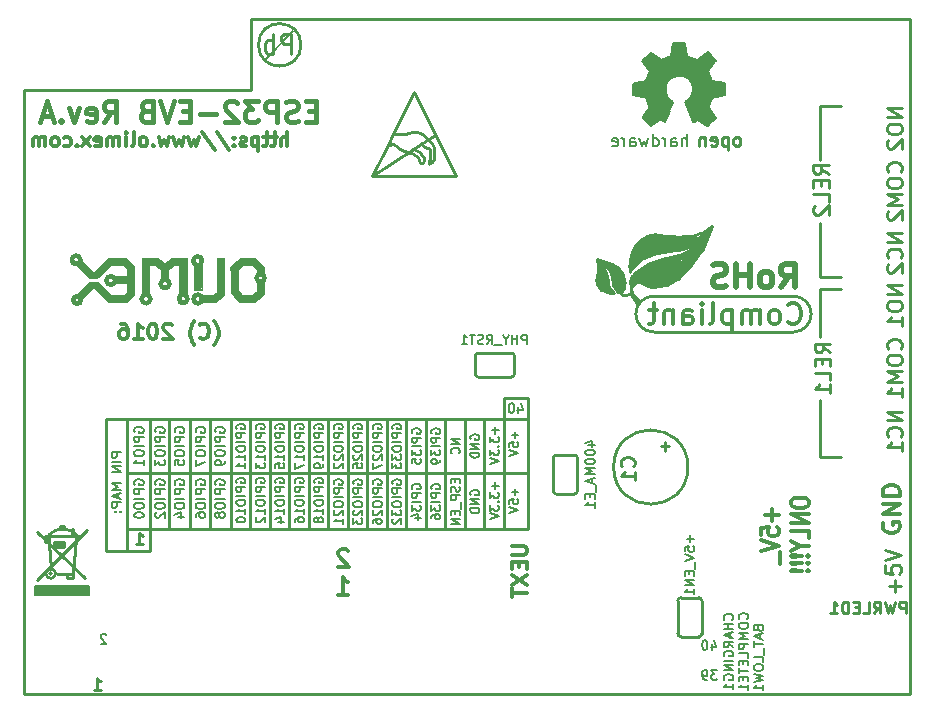
<source format=gbr>
G04 #@! TF.FileFunction,Legend,Bot*
%FSLAX46Y46*%
G04 Gerber Fmt 4.6, Leading zero omitted, Abs format (unit mm)*
G04 Created by KiCad (PCBNEW no-vcs-found-undefined) date Wed Nov  9 17:16:08 2016*
%MOMM*%
%LPD*%
G01*
G04 APERTURE LIST*
%ADD10C,0.100000*%
%ADD11C,0.200000*%
%ADD12C,0.254000*%
%ADD13C,0.300000*%
%ADD14C,0.245000*%
%ADD15C,0.381000*%
%ADD16C,0.187500*%
%ADD17C,0.250000*%
%ADD18C,0.400000*%
%ADD19C,0.700000*%
%ADD20C,0.500000*%
%ADD21C,0.420000*%
%ADD22C,0.370000*%
%ADD23C,0.380000*%
%ADD24C,0.150000*%
%ADD25C,1.000000*%
%ADD26C,0.127000*%
%ADD27C,0.508000*%
%ADD28C,0.180000*%
%ADD29C,0.350000*%
G04 APERTURE END LIST*
D10*
D11*
X128409619Y-122243904D02*
X127914380Y-122243904D01*
X128181047Y-122548666D01*
X128066761Y-122548666D01*
X127990571Y-122586761D01*
X127952476Y-122624857D01*
X127914380Y-122701047D01*
X127914380Y-122891523D01*
X127952476Y-122967714D01*
X127990571Y-123005809D01*
X128066761Y-123043904D01*
X128295333Y-123043904D01*
X128371523Y-123005809D01*
X128409619Y-122967714D01*
X127533428Y-123043904D02*
X127381047Y-123043904D01*
X127304857Y-123005809D01*
X127266761Y-122967714D01*
X127190571Y-122853428D01*
X127152476Y-122701047D01*
X127152476Y-122396285D01*
X127190571Y-122320095D01*
X127228666Y-122282000D01*
X127304857Y-122243904D01*
X127457238Y-122243904D01*
X127533428Y-122282000D01*
X127571523Y-122320095D01*
X127609619Y-122396285D01*
X127609619Y-122586761D01*
X127571523Y-122662952D01*
X127533428Y-122701047D01*
X127457238Y-122739142D01*
X127304857Y-122739142D01*
X127228666Y-122701047D01*
X127190571Y-122662952D01*
X127152476Y-122586761D01*
X76682571Y-119272095D02*
X76644476Y-119234000D01*
X76568285Y-119195904D01*
X76377809Y-119195904D01*
X76301619Y-119234000D01*
X76263523Y-119272095D01*
X76225428Y-119348285D01*
X76225428Y-119424476D01*
X76263523Y-119538761D01*
X76720666Y-119995904D01*
X76225428Y-119995904D01*
D12*
X137160000Y-74422000D02*
X138938000Y-74422000D01*
X137160000Y-78994000D02*
X137160000Y-74422000D01*
X137160000Y-88900000D02*
X137160000Y-84328000D01*
X138938000Y-88900000D02*
X137160000Y-88900000D01*
X137160000Y-89916000D02*
X138938000Y-89916000D01*
X137160000Y-93980000D02*
X137160000Y-89916000D01*
X137160000Y-104140000D02*
X138938000Y-104140000D01*
X137160000Y-99314000D02*
X137160000Y-104140000D01*
X137875095Y-80203047D02*
X137256047Y-79769714D01*
X137875095Y-79460190D02*
X136575095Y-79460190D01*
X136575095Y-79955428D01*
X136637000Y-80079238D01*
X136698904Y-80141142D01*
X136822714Y-80203047D01*
X137008428Y-80203047D01*
X137132238Y-80141142D01*
X137194142Y-80079238D01*
X137256047Y-79955428D01*
X137256047Y-79460190D01*
X137194142Y-80760190D02*
X137194142Y-81193523D01*
X137875095Y-81379238D02*
X137875095Y-80760190D01*
X136575095Y-80760190D01*
X136575095Y-81379238D01*
X137875095Y-82555428D02*
X137875095Y-81936380D01*
X136575095Y-81936380D01*
X136698904Y-82926857D02*
X136637000Y-82988761D01*
X136575095Y-83112571D01*
X136575095Y-83422095D01*
X136637000Y-83545904D01*
X136698904Y-83607809D01*
X136822714Y-83669714D01*
X136946523Y-83669714D01*
X137132238Y-83607809D01*
X137875095Y-82864952D01*
X137875095Y-83669714D01*
X138002095Y-95316047D02*
X137383047Y-94882714D01*
X138002095Y-94573190D02*
X136702095Y-94573190D01*
X136702095Y-95068428D01*
X136764000Y-95192238D01*
X136825904Y-95254142D01*
X136949714Y-95316047D01*
X137135428Y-95316047D01*
X137259238Y-95254142D01*
X137321142Y-95192238D01*
X137383047Y-95068428D01*
X137383047Y-94573190D01*
X137321142Y-95873190D02*
X137321142Y-96306523D01*
X138002095Y-96492238D02*
X138002095Y-95873190D01*
X136702095Y-95873190D01*
X136702095Y-96492238D01*
X138002095Y-97668428D02*
X138002095Y-97049380D01*
X136702095Y-97049380D01*
X138002095Y-98782714D02*
X138002095Y-98039857D01*
X138002095Y-98411285D02*
X136702095Y-98411285D01*
X136887809Y-98287476D01*
X137011619Y-98163666D01*
X137073523Y-98039857D01*
X144098095Y-74655571D02*
X142798095Y-74655571D01*
X144098095Y-75398428D01*
X142798095Y-75398428D01*
X142798095Y-76265095D02*
X142798095Y-76512714D01*
X142860000Y-76636523D01*
X142983809Y-76760333D01*
X143231428Y-76822238D01*
X143664761Y-76822238D01*
X143912380Y-76760333D01*
X144036190Y-76636523D01*
X144098095Y-76512714D01*
X144098095Y-76265095D01*
X144036190Y-76141285D01*
X143912380Y-76017476D01*
X143664761Y-75955571D01*
X143231428Y-75955571D01*
X142983809Y-76017476D01*
X142860000Y-76141285D01*
X142798095Y-76265095D01*
X142921904Y-77317476D02*
X142860000Y-77379380D01*
X142798095Y-77503190D01*
X142798095Y-77812714D01*
X142860000Y-77936523D01*
X142921904Y-77998428D01*
X143045714Y-78060333D01*
X143169523Y-78060333D01*
X143355238Y-77998428D01*
X144098095Y-77255571D01*
X144098095Y-78060333D01*
X143974285Y-80020523D02*
X144036190Y-79958619D01*
X144098095Y-79772904D01*
X144098095Y-79649095D01*
X144036190Y-79463380D01*
X143912380Y-79339571D01*
X143788571Y-79277666D01*
X143540952Y-79215761D01*
X143355238Y-79215761D01*
X143107619Y-79277666D01*
X142983809Y-79339571D01*
X142860000Y-79463380D01*
X142798095Y-79649095D01*
X142798095Y-79772904D01*
X142860000Y-79958619D01*
X142921904Y-80020523D01*
X142798095Y-80825285D02*
X142798095Y-81072904D01*
X142860000Y-81196714D01*
X142983809Y-81320523D01*
X143231428Y-81382428D01*
X143664761Y-81382428D01*
X143912380Y-81320523D01*
X144036190Y-81196714D01*
X144098095Y-81072904D01*
X144098095Y-80825285D01*
X144036190Y-80701476D01*
X143912380Y-80577666D01*
X143664761Y-80515761D01*
X143231428Y-80515761D01*
X142983809Y-80577666D01*
X142860000Y-80701476D01*
X142798095Y-80825285D01*
X144098095Y-81939571D02*
X142798095Y-81939571D01*
X143726666Y-82372904D01*
X142798095Y-82806238D01*
X144098095Y-82806238D01*
X142921904Y-83363380D02*
X142860000Y-83425285D01*
X142798095Y-83549095D01*
X142798095Y-83858619D01*
X142860000Y-83982428D01*
X142921904Y-84044333D01*
X143045714Y-84106238D01*
X143169523Y-84106238D01*
X143355238Y-84044333D01*
X144098095Y-83301476D01*
X144098095Y-84106238D01*
X144098095Y-85227523D02*
X142798095Y-85227523D01*
X144098095Y-85970380D01*
X142798095Y-85970380D01*
X143974285Y-87332285D02*
X144036190Y-87270380D01*
X144098095Y-87084666D01*
X144098095Y-86960857D01*
X144036190Y-86775142D01*
X143912380Y-86651333D01*
X143788571Y-86589428D01*
X143540952Y-86527523D01*
X143355238Y-86527523D01*
X143107619Y-86589428D01*
X142983809Y-86651333D01*
X142860000Y-86775142D01*
X142798095Y-86960857D01*
X142798095Y-87084666D01*
X142860000Y-87270380D01*
X142921904Y-87332285D01*
X142921904Y-87827523D02*
X142860000Y-87889428D01*
X142798095Y-88013238D01*
X142798095Y-88322761D01*
X142860000Y-88446571D01*
X142921904Y-88508476D01*
X143045714Y-88570380D01*
X143169523Y-88570380D01*
X143355238Y-88508476D01*
X144098095Y-87765619D01*
X144098095Y-88570380D01*
X144098095Y-89641571D02*
X142798095Y-89641571D01*
X144098095Y-90384428D01*
X142798095Y-90384428D01*
X142798095Y-91251095D02*
X142798095Y-91498714D01*
X142860000Y-91622523D01*
X142983809Y-91746333D01*
X143231428Y-91808238D01*
X143664761Y-91808238D01*
X143912380Y-91746333D01*
X144036190Y-91622523D01*
X144098095Y-91498714D01*
X144098095Y-91251095D01*
X144036190Y-91127285D01*
X143912380Y-91003476D01*
X143664761Y-90941571D01*
X143231428Y-90941571D01*
X142983809Y-91003476D01*
X142860000Y-91127285D01*
X142798095Y-91251095D01*
X144098095Y-93046333D02*
X144098095Y-92303476D01*
X144098095Y-92674904D02*
X142798095Y-92674904D01*
X142983809Y-92551095D01*
X143107619Y-92427285D01*
X143169523Y-92303476D01*
X143974285Y-95006523D02*
X144036190Y-94944619D01*
X144098095Y-94758904D01*
X144098095Y-94635095D01*
X144036190Y-94449380D01*
X143912380Y-94325571D01*
X143788571Y-94263666D01*
X143540952Y-94201761D01*
X143355238Y-94201761D01*
X143107619Y-94263666D01*
X142983809Y-94325571D01*
X142860000Y-94449380D01*
X142798095Y-94635095D01*
X142798095Y-94758904D01*
X142860000Y-94944619D01*
X142921904Y-95006523D01*
X142798095Y-95811285D02*
X142798095Y-96058904D01*
X142860000Y-96182714D01*
X142983809Y-96306523D01*
X143231428Y-96368428D01*
X143664761Y-96368428D01*
X143912380Y-96306523D01*
X144036190Y-96182714D01*
X144098095Y-96058904D01*
X144098095Y-95811285D01*
X144036190Y-95687476D01*
X143912380Y-95563666D01*
X143664761Y-95501761D01*
X143231428Y-95501761D01*
X142983809Y-95563666D01*
X142860000Y-95687476D01*
X142798095Y-95811285D01*
X144098095Y-96925571D02*
X142798095Y-96925571D01*
X143726666Y-97358904D01*
X142798095Y-97792238D01*
X144098095Y-97792238D01*
X144098095Y-99092238D02*
X144098095Y-98349380D01*
X144098095Y-98720809D02*
X142798095Y-98720809D01*
X142983809Y-98597000D01*
X143107619Y-98473190D01*
X143169523Y-98349380D01*
X144098095Y-100340523D02*
X142798095Y-100340523D01*
X144098095Y-101083380D01*
X142798095Y-101083380D01*
X143974285Y-102445285D02*
X144036190Y-102383380D01*
X144098095Y-102197666D01*
X144098095Y-102073857D01*
X144036190Y-101888142D01*
X143912380Y-101764333D01*
X143788571Y-101702428D01*
X143540952Y-101640523D01*
X143355238Y-101640523D01*
X143107619Y-101702428D01*
X142983809Y-101764333D01*
X142860000Y-101888142D01*
X142798095Y-102073857D01*
X142798095Y-102197666D01*
X142860000Y-102383380D01*
X142921904Y-102445285D01*
X144098095Y-103683380D02*
X144098095Y-102940523D01*
X144098095Y-103311952D02*
X142798095Y-103311952D01*
X142983809Y-103188142D01*
X143107619Y-103064333D01*
X143169523Y-102940523D01*
D13*
X85849142Y-94682333D02*
X85911047Y-94620428D01*
X86034857Y-94434714D01*
X86096761Y-94310904D01*
X86158666Y-94125190D01*
X86220571Y-93815666D01*
X86220571Y-93568047D01*
X86158666Y-93258523D01*
X86096761Y-93072809D01*
X86034857Y-92949000D01*
X85911047Y-92763285D01*
X85849142Y-92701380D01*
X84611047Y-94063285D02*
X84672952Y-94125190D01*
X84858666Y-94187095D01*
X84982476Y-94187095D01*
X85168190Y-94125190D01*
X85292000Y-94001380D01*
X85353904Y-93877571D01*
X85415809Y-93629952D01*
X85415809Y-93444238D01*
X85353904Y-93196619D01*
X85292000Y-93072809D01*
X85168190Y-92949000D01*
X84982476Y-92887095D01*
X84858666Y-92887095D01*
X84672952Y-92949000D01*
X84611047Y-93010904D01*
X84177714Y-94682333D02*
X84115809Y-94620428D01*
X83992000Y-94434714D01*
X83930095Y-94310904D01*
X83868190Y-94125190D01*
X83806285Y-93815666D01*
X83806285Y-93568047D01*
X83868190Y-93258523D01*
X83930095Y-93072809D01*
X83992000Y-92949000D01*
X84115809Y-92763285D01*
X84177714Y-92701380D01*
X82258666Y-93010904D02*
X82196761Y-92949000D01*
X82072952Y-92887095D01*
X81763428Y-92887095D01*
X81639619Y-92949000D01*
X81577714Y-93010904D01*
X81515809Y-93134714D01*
X81515809Y-93258523D01*
X81577714Y-93444238D01*
X82320571Y-94187095D01*
X81515809Y-94187095D01*
X80711047Y-92887095D02*
X80587238Y-92887095D01*
X80463428Y-92949000D01*
X80401523Y-93010904D01*
X80339619Y-93134714D01*
X80277714Y-93382333D01*
X80277714Y-93691857D01*
X80339619Y-93939476D01*
X80401523Y-94063285D01*
X80463428Y-94125190D01*
X80587238Y-94187095D01*
X80711047Y-94187095D01*
X80834857Y-94125190D01*
X80896761Y-94063285D01*
X80958666Y-93939476D01*
X81020571Y-93691857D01*
X81020571Y-93382333D01*
X80958666Y-93134714D01*
X80896761Y-93010904D01*
X80834857Y-92949000D01*
X80711047Y-92887095D01*
X79039619Y-94187095D02*
X79782476Y-94187095D01*
X79411047Y-94187095D02*
X79411047Y-92887095D01*
X79534857Y-93072809D01*
X79658666Y-93196619D01*
X79782476Y-93258523D01*
X77925333Y-92887095D02*
X78172952Y-92887095D01*
X78296761Y-92949000D01*
X78358666Y-93010904D01*
X78482476Y-93196619D01*
X78544380Y-93444238D01*
X78544380Y-93939476D01*
X78482476Y-94063285D01*
X78420571Y-94125190D01*
X78296761Y-94187095D01*
X78049142Y-94187095D01*
X77925333Y-94125190D01*
X77863428Y-94063285D01*
X77801523Y-93939476D01*
X77801523Y-93629952D01*
X77863428Y-93506142D01*
X77925333Y-93444238D01*
X78049142Y-93382333D01*
X78296761Y-93382333D01*
X78420571Y-93444238D01*
X78482476Y-93506142D01*
X78544380Y-93629952D01*
X92051428Y-77885857D02*
X92051428Y-76685857D01*
X91537142Y-77885857D02*
X91537142Y-77257285D01*
X91594285Y-77143000D01*
X91708571Y-77085857D01*
X91880000Y-77085857D01*
X91994285Y-77143000D01*
X92051428Y-77200142D01*
X91137142Y-77085857D02*
X90680000Y-77085857D01*
X90965714Y-76685857D02*
X90965714Y-77714428D01*
X90908571Y-77828714D01*
X90794285Y-77885857D01*
X90680000Y-77885857D01*
X90451428Y-77085857D02*
X89994285Y-77085857D01*
X90280000Y-76685857D02*
X90280000Y-77714428D01*
X90222857Y-77828714D01*
X90108571Y-77885857D01*
X89994285Y-77885857D01*
X89594285Y-77085857D02*
X89594285Y-78285857D01*
X89594285Y-77143000D02*
X89480000Y-77085857D01*
X89251428Y-77085857D01*
X89137142Y-77143000D01*
X89080000Y-77200142D01*
X89022857Y-77314428D01*
X89022857Y-77657285D01*
X89080000Y-77771571D01*
X89137142Y-77828714D01*
X89251428Y-77885857D01*
X89480000Y-77885857D01*
X89594285Y-77828714D01*
X88565714Y-77828714D02*
X88451428Y-77885857D01*
X88222857Y-77885857D01*
X88108571Y-77828714D01*
X88051428Y-77714428D01*
X88051428Y-77657285D01*
X88108571Y-77543000D01*
X88222857Y-77485857D01*
X88394285Y-77485857D01*
X88508571Y-77428714D01*
X88565714Y-77314428D01*
X88565714Y-77257285D01*
X88508571Y-77143000D01*
X88394285Y-77085857D01*
X88222857Y-77085857D01*
X88108571Y-77143000D01*
X87537142Y-77771571D02*
X87480000Y-77828714D01*
X87537142Y-77885857D01*
X87594285Y-77828714D01*
X87537142Y-77771571D01*
X87537142Y-77885857D01*
X87537142Y-77143000D02*
X87480000Y-77200142D01*
X87537142Y-77257285D01*
X87594285Y-77200142D01*
X87537142Y-77143000D01*
X87537142Y-77257285D01*
X86108571Y-76628714D02*
X87137142Y-78171571D01*
X84851428Y-76628714D02*
X85880000Y-78171571D01*
X84565714Y-77085857D02*
X84337142Y-77885857D01*
X84108571Y-77314428D01*
X83880000Y-77885857D01*
X83651428Y-77085857D01*
X83308571Y-77085857D02*
X83080000Y-77885857D01*
X82851428Y-77314428D01*
X82622857Y-77885857D01*
X82394285Y-77085857D01*
X82051428Y-77085857D02*
X81822857Y-77885857D01*
X81594285Y-77314428D01*
X81365714Y-77885857D01*
X81137142Y-77085857D01*
X80680000Y-77771571D02*
X80622857Y-77828714D01*
X80680000Y-77885857D01*
X80737142Y-77828714D01*
X80680000Y-77771571D01*
X80680000Y-77885857D01*
X79937142Y-77885857D02*
X80051428Y-77828714D01*
X80108571Y-77771571D01*
X80165714Y-77657285D01*
X80165714Y-77314428D01*
X80108571Y-77200142D01*
X80051428Y-77143000D01*
X79937142Y-77085857D01*
X79765714Y-77085857D01*
X79651428Y-77143000D01*
X79594285Y-77200142D01*
X79537142Y-77314428D01*
X79537142Y-77657285D01*
X79594285Y-77771571D01*
X79651428Y-77828714D01*
X79765714Y-77885857D01*
X79937142Y-77885857D01*
X78851428Y-77885857D02*
X78965714Y-77828714D01*
X79022857Y-77714428D01*
X79022857Y-76685857D01*
X78394285Y-77885857D02*
X78394285Y-77085857D01*
X78394285Y-76685857D02*
X78451428Y-76743000D01*
X78394285Y-76800142D01*
X78337142Y-76743000D01*
X78394285Y-76685857D01*
X78394285Y-76800142D01*
X77822857Y-77885857D02*
X77822857Y-77085857D01*
X77822857Y-77200142D02*
X77765714Y-77143000D01*
X77651428Y-77085857D01*
X77480000Y-77085857D01*
X77365714Y-77143000D01*
X77308571Y-77257285D01*
X77308571Y-77885857D01*
X77308571Y-77257285D02*
X77251428Y-77143000D01*
X77137142Y-77085857D01*
X76965714Y-77085857D01*
X76851428Y-77143000D01*
X76794285Y-77257285D01*
X76794285Y-77885857D01*
X75765714Y-77828714D02*
X75880000Y-77885857D01*
X76108571Y-77885857D01*
X76222857Y-77828714D01*
X76280000Y-77714428D01*
X76280000Y-77257285D01*
X76222857Y-77143000D01*
X76108571Y-77085857D01*
X75880000Y-77085857D01*
X75765714Y-77143000D01*
X75708571Y-77257285D01*
X75708571Y-77371571D01*
X76280000Y-77485857D01*
X75308571Y-77885857D02*
X74680000Y-77085857D01*
X75308571Y-77085857D02*
X74680000Y-77885857D01*
X74222857Y-77771571D02*
X74165714Y-77828714D01*
X74222857Y-77885857D01*
X74280000Y-77828714D01*
X74222857Y-77771571D01*
X74222857Y-77885857D01*
X73137142Y-77828714D02*
X73251428Y-77885857D01*
X73480000Y-77885857D01*
X73594285Y-77828714D01*
X73651428Y-77771571D01*
X73708571Y-77657285D01*
X73708571Y-77314428D01*
X73651428Y-77200142D01*
X73594285Y-77143000D01*
X73480000Y-77085857D01*
X73251428Y-77085857D01*
X73137142Y-77143000D01*
X72451428Y-77885857D02*
X72565714Y-77828714D01*
X72622857Y-77771571D01*
X72680000Y-77657285D01*
X72680000Y-77314428D01*
X72622857Y-77200142D01*
X72565714Y-77143000D01*
X72451428Y-77085857D01*
X72280000Y-77085857D01*
X72165714Y-77143000D01*
X72108571Y-77200142D01*
X72051428Y-77314428D01*
X72051428Y-77657285D01*
X72108571Y-77771571D01*
X72165714Y-77828714D01*
X72280000Y-77885857D01*
X72451428Y-77885857D01*
X71537142Y-77885857D02*
X71537142Y-77085857D01*
X71537142Y-77200142D02*
X71480000Y-77143000D01*
X71365714Y-77085857D01*
X71194285Y-77085857D01*
X71080000Y-77143000D01*
X71022857Y-77257285D01*
X71022857Y-77885857D01*
X71022857Y-77257285D02*
X70965714Y-77143000D01*
X70851428Y-77085857D01*
X70680000Y-77085857D01*
X70565714Y-77143000D01*
X70508571Y-77257285D01*
X70508571Y-77885857D01*
X133071142Y-108577333D02*
X133071142Y-109567809D01*
X133642571Y-109072571D02*
X132499714Y-109072571D01*
X132142571Y-110805904D02*
X132142571Y-110186857D01*
X132856857Y-110124952D01*
X132785428Y-110186857D01*
X132714000Y-110310666D01*
X132714000Y-110620190D01*
X132785428Y-110744000D01*
X132856857Y-110805904D01*
X132999714Y-110867809D01*
X133356857Y-110867809D01*
X133499714Y-110805904D01*
X133571142Y-110744000D01*
X133642571Y-110620190D01*
X133642571Y-110310666D01*
X133571142Y-110186857D01*
X133499714Y-110124952D01*
X132142571Y-111239238D02*
X133642571Y-111672571D01*
X132142571Y-112105904D01*
X133785428Y-112229714D02*
X133785428Y-113220190D01*
X134692571Y-107927333D02*
X134692571Y-108174952D01*
X134764000Y-108298761D01*
X134906857Y-108422571D01*
X135192571Y-108484476D01*
X135692571Y-108484476D01*
X135978285Y-108422571D01*
X136121142Y-108298761D01*
X136192571Y-108174952D01*
X136192571Y-107927333D01*
X136121142Y-107803523D01*
X135978285Y-107679714D01*
X135692571Y-107617809D01*
X135192571Y-107617809D01*
X134906857Y-107679714D01*
X134764000Y-107803523D01*
X134692571Y-107927333D01*
X136192571Y-109041619D02*
X134692571Y-109041619D01*
X136192571Y-109784476D01*
X134692571Y-109784476D01*
X136192571Y-111022571D02*
X136192571Y-110403523D01*
X134692571Y-110403523D01*
X135478285Y-111703523D02*
X136192571Y-111703523D01*
X134692571Y-111270190D02*
X135478285Y-111703523D01*
X134692571Y-112136857D01*
X136049714Y-112570190D02*
X136121142Y-112632095D01*
X136192571Y-112570190D01*
X136121142Y-112508285D01*
X136049714Y-112570190D01*
X136192571Y-112570190D01*
X135621142Y-112570190D02*
X134764000Y-112508285D01*
X134692571Y-112570190D01*
X134764000Y-112632095D01*
X135621142Y-112570190D01*
X134692571Y-112570190D01*
X136049714Y-113189238D02*
X136121142Y-113251142D01*
X136192571Y-113189238D01*
X136121142Y-113127333D01*
X136049714Y-113189238D01*
X136192571Y-113189238D01*
X135621142Y-113189238D02*
X134764000Y-113127333D01*
X134692571Y-113189238D01*
X134764000Y-113251142D01*
X135621142Y-113189238D01*
X134692571Y-113189238D01*
X136049714Y-113808285D02*
X136121142Y-113870190D01*
X136192571Y-113808285D01*
X136121142Y-113746380D01*
X136049714Y-113808285D01*
X136192571Y-113808285D01*
X135621142Y-113808285D02*
X134764000Y-113746380D01*
X134692571Y-113808285D01*
X134764000Y-113870190D01*
X135621142Y-113808285D01*
X134692571Y-113808285D01*
X142506000Y-109727857D02*
X142434571Y-109870714D01*
X142434571Y-110085000D01*
X142506000Y-110299285D01*
X142648857Y-110442142D01*
X142791714Y-110513571D01*
X143077428Y-110585000D01*
X143291714Y-110585000D01*
X143577428Y-110513571D01*
X143720285Y-110442142D01*
X143863142Y-110299285D01*
X143934571Y-110085000D01*
X143934571Y-109942142D01*
X143863142Y-109727857D01*
X143791714Y-109656428D01*
X143291714Y-109656428D01*
X143291714Y-109942142D01*
X143934571Y-109013571D02*
X142434571Y-109013571D01*
X143934571Y-108156428D01*
X142434571Y-108156428D01*
X143934571Y-107442142D02*
X142434571Y-107442142D01*
X142434571Y-107085000D01*
X142506000Y-106870714D01*
X142648857Y-106727857D01*
X142791714Y-106656428D01*
X143077428Y-106585000D01*
X143291714Y-106585000D01*
X143577428Y-106656428D01*
X143720285Y-106727857D01*
X143863142Y-106870714D01*
X143934571Y-107085000D01*
X143934571Y-107442142D01*
D12*
X143475857Y-115590428D02*
X143475857Y-114599952D01*
X143971095Y-115095190D02*
X142980619Y-115095190D01*
X142671095Y-113361857D02*
X142671095Y-113980904D01*
X143290142Y-114042809D01*
X143228238Y-113980904D01*
X143166333Y-113857095D01*
X143166333Y-113547571D01*
X143228238Y-113423761D01*
X143290142Y-113361857D01*
X143413952Y-113299952D01*
X143723476Y-113299952D01*
X143847285Y-113361857D01*
X143909190Y-113423761D01*
X143971095Y-113547571D01*
X143971095Y-113857095D01*
X143909190Y-113980904D01*
X143847285Y-114042809D01*
X142671095Y-112928523D02*
X143971095Y-112495190D01*
X142671095Y-112061857D01*
D14*
X121332571Y-104956000D02*
X121389714Y-104898857D01*
X121446857Y-104727428D01*
X121446857Y-104613142D01*
X121389714Y-104441714D01*
X121275428Y-104327428D01*
X121161142Y-104270285D01*
X120932571Y-104213142D01*
X120761142Y-104213142D01*
X120532571Y-104270285D01*
X120418285Y-104327428D01*
X120304000Y-104441714D01*
X120246857Y-104613142D01*
X120246857Y-104727428D01*
X120304000Y-104898857D01*
X120361142Y-104956000D01*
X121446857Y-106098857D02*
X121446857Y-105413142D01*
X121446857Y-105756000D02*
X120246857Y-105756000D01*
X120418285Y-105641714D01*
X120532571Y-105527428D01*
X120589714Y-105413142D01*
D12*
X125950806Y-105029000D02*
G75*
G03X125950806Y-105029000I-3141806J0D01*
G01*
D13*
X97202571Y-112097428D02*
X97131142Y-112026000D01*
X96988285Y-111954571D01*
X96631142Y-111954571D01*
X96488285Y-112026000D01*
X96416857Y-112097428D01*
X96345428Y-112240285D01*
X96345428Y-112383142D01*
X96416857Y-112597428D01*
X97274000Y-113454571D01*
X96345428Y-113454571D01*
X96345428Y-115867571D02*
X97202571Y-115867571D01*
X96774000Y-115867571D02*
X96774000Y-114367571D01*
X96916857Y-114581857D01*
X97059714Y-114724714D01*
X97202571Y-114796142D01*
X111078214Y-111718190D02*
X112086071Y-111718190D01*
X112204642Y-111780095D01*
X112263928Y-111842000D01*
X112323214Y-111965809D01*
X112323214Y-112213428D01*
X112263928Y-112337238D01*
X112204642Y-112399142D01*
X112086071Y-112461047D01*
X111078214Y-112461047D01*
X111671071Y-113080095D02*
X111671071Y-113513428D01*
X112323214Y-113699142D02*
X112323214Y-113080095D01*
X111078214Y-113080095D01*
X111078214Y-113699142D01*
X111078214Y-114132476D02*
X112323214Y-114999142D01*
X111078214Y-114999142D02*
X112323214Y-114132476D01*
X111078214Y-115308666D02*
X111078214Y-116051523D01*
X112323214Y-115680095D02*
X111078214Y-115680095D01*
D15*
X94488000Y-74866500D02*
X93895333Y-74866500D01*
X93641333Y-75797833D02*
X94488000Y-75797833D01*
X94488000Y-74019833D01*
X93641333Y-74019833D01*
X92964000Y-75713166D02*
X92710000Y-75797833D01*
X92286666Y-75797833D01*
X92117333Y-75713166D01*
X92032666Y-75628500D01*
X91948000Y-75459166D01*
X91948000Y-75289833D01*
X92032666Y-75120500D01*
X92117333Y-75035833D01*
X92286666Y-74951166D01*
X92625333Y-74866500D01*
X92794666Y-74781833D01*
X92879333Y-74697166D01*
X92964000Y-74527833D01*
X92964000Y-74358500D01*
X92879333Y-74189166D01*
X92794666Y-74104500D01*
X92625333Y-74019833D01*
X92202000Y-74019833D01*
X91948000Y-74104500D01*
X91186000Y-75797833D02*
X91186000Y-74019833D01*
X90508666Y-74019833D01*
X90339333Y-74104500D01*
X90254666Y-74189166D01*
X90170000Y-74358500D01*
X90170000Y-74612500D01*
X90254666Y-74781833D01*
X90339333Y-74866500D01*
X90508666Y-74951166D01*
X91186000Y-74951166D01*
X89577333Y-74019833D02*
X88476666Y-74019833D01*
X89069333Y-74697166D01*
X88815333Y-74697166D01*
X88646000Y-74781833D01*
X88561333Y-74866500D01*
X88476666Y-75035833D01*
X88476666Y-75459166D01*
X88561333Y-75628500D01*
X88646000Y-75713166D01*
X88815333Y-75797833D01*
X89323333Y-75797833D01*
X89492666Y-75713166D01*
X89577333Y-75628500D01*
X87799333Y-74189166D02*
X87714666Y-74104500D01*
X87545333Y-74019833D01*
X87122000Y-74019833D01*
X86952666Y-74104500D01*
X86868000Y-74189166D01*
X86783333Y-74358500D01*
X86783333Y-74527833D01*
X86868000Y-74781833D01*
X87884000Y-75797833D01*
X86783333Y-75797833D01*
X86021333Y-75120500D02*
X84666666Y-75120500D01*
X83820000Y-74866500D02*
X83227333Y-74866500D01*
X82973333Y-75797833D02*
X83820000Y-75797833D01*
X83820000Y-74019833D01*
X82973333Y-74019833D01*
X82465333Y-74019833D02*
X81872666Y-75797833D01*
X81280000Y-74019833D01*
X80094666Y-74866500D02*
X79840666Y-74951166D01*
X79756000Y-75035833D01*
X79671333Y-75205166D01*
X79671333Y-75459166D01*
X79756000Y-75628500D01*
X79840666Y-75713166D01*
X80010000Y-75797833D01*
X80687333Y-75797833D01*
X80687333Y-74019833D01*
X80094666Y-74019833D01*
X79925333Y-74104500D01*
X79840666Y-74189166D01*
X79756000Y-74358500D01*
X79756000Y-74527833D01*
X79840666Y-74697166D01*
X79925333Y-74781833D01*
X80094666Y-74866500D01*
X80687333Y-74866500D01*
X76538666Y-75797833D02*
X77131333Y-74951166D01*
X77554666Y-75797833D02*
X77554666Y-74019833D01*
X76877333Y-74019833D01*
X76708000Y-74104500D01*
X76623333Y-74189166D01*
X76538666Y-74358500D01*
X76538666Y-74612500D01*
X76623333Y-74781833D01*
X76708000Y-74866500D01*
X76877333Y-74951166D01*
X77554666Y-74951166D01*
X75099333Y-75713166D02*
X75268666Y-75797833D01*
X75607333Y-75797833D01*
X75776666Y-75713166D01*
X75861333Y-75543833D01*
X75861333Y-74866500D01*
X75776666Y-74697166D01*
X75607333Y-74612500D01*
X75268666Y-74612500D01*
X75099333Y-74697166D01*
X75014666Y-74866500D01*
X75014666Y-75035833D01*
X75861333Y-75205166D01*
X74422000Y-74612500D02*
X73998666Y-75797833D01*
X73575333Y-74612500D01*
X72898000Y-75628500D02*
X72813333Y-75713166D01*
X72898000Y-75797833D01*
X72982666Y-75713166D01*
X72898000Y-75628500D01*
X72898000Y-75797833D01*
X72136000Y-75289833D02*
X71289333Y-75289833D01*
X72305333Y-75797833D02*
X71712666Y-74019833D01*
X71120000Y-75797833D01*
D12*
X112395000Y-99187000D02*
X112395000Y-110236000D01*
X110363000Y-99187000D02*
X112395000Y-99187000D01*
X110363000Y-101092000D02*
X110363000Y-99187000D01*
D11*
X111607571Y-99904571D02*
X111607571Y-100437904D01*
X111798047Y-99599809D02*
X111988523Y-100171238D01*
X111493285Y-100171238D01*
X111036142Y-99637904D02*
X110959952Y-99637904D01*
X110883761Y-99676000D01*
X110845666Y-99714095D01*
X110807571Y-99790285D01*
X110769476Y-99942666D01*
X110769476Y-100133142D01*
X110807571Y-100285523D01*
X110845666Y-100361714D01*
X110883761Y-100399809D01*
X110959952Y-100437904D01*
X111036142Y-100437904D01*
X111112333Y-100399809D01*
X111150428Y-100361714D01*
X111188523Y-100285523D01*
X111226619Y-100133142D01*
X111226619Y-99942666D01*
X111188523Y-99790285D01*
X111150428Y-99714095D01*
X111112333Y-99676000D01*
X111036142Y-99637904D01*
D16*
X111305571Y-102032714D02*
X111305571Y-102604142D01*
X111591285Y-102318428D02*
X111019857Y-102318428D01*
X110841285Y-103318428D02*
X110841285Y-102961285D01*
X111198428Y-102925571D01*
X111162714Y-102961285D01*
X111127000Y-103032714D01*
X111127000Y-103211285D01*
X111162714Y-103282714D01*
X111198428Y-103318428D01*
X111269857Y-103354142D01*
X111448428Y-103354142D01*
X111519857Y-103318428D01*
X111555571Y-103282714D01*
X111591285Y-103211285D01*
X111591285Y-103032714D01*
X111555571Y-102961285D01*
X111519857Y-102925571D01*
X110841285Y-103568428D02*
X111591285Y-103818428D01*
X110841285Y-104068428D01*
X111305571Y-106858714D02*
X111305571Y-107430142D01*
X111591285Y-107144428D02*
X111019857Y-107144428D01*
X110841285Y-108144428D02*
X110841285Y-107787285D01*
X111198428Y-107751571D01*
X111162714Y-107787285D01*
X111127000Y-107858714D01*
X111127000Y-108037285D01*
X111162714Y-108108714D01*
X111198428Y-108144428D01*
X111269857Y-108180142D01*
X111448428Y-108180142D01*
X111519857Y-108144428D01*
X111555571Y-108108714D01*
X111591285Y-108037285D01*
X111591285Y-107858714D01*
X111555571Y-107787285D01*
X111519857Y-107751571D01*
X110841285Y-108394428D02*
X111591285Y-108644428D01*
X110841285Y-108894428D01*
D12*
X110363000Y-100965000D02*
X110363000Y-110236000D01*
D16*
X109654571Y-101624000D02*
X109654571Y-102195428D01*
X109940285Y-101909714D02*
X109368857Y-101909714D01*
X109190285Y-102481142D02*
X109190285Y-102945428D01*
X109476000Y-102695428D01*
X109476000Y-102802571D01*
X109511714Y-102874000D01*
X109547428Y-102909714D01*
X109618857Y-102945428D01*
X109797428Y-102945428D01*
X109868857Y-102909714D01*
X109904571Y-102874000D01*
X109940285Y-102802571D01*
X109940285Y-102588285D01*
X109904571Y-102516857D01*
X109868857Y-102481142D01*
X109868857Y-103266857D02*
X109904571Y-103302571D01*
X109940285Y-103266857D01*
X109904571Y-103231142D01*
X109868857Y-103266857D01*
X109940285Y-103266857D01*
X109190285Y-103552571D02*
X109190285Y-104016857D01*
X109476000Y-103766857D01*
X109476000Y-103874000D01*
X109511714Y-103945428D01*
X109547428Y-103981142D01*
X109618857Y-104016857D01*
X109797428Y-104016857D01*
X109868857Y-103981142D01*
X109904571Y-103945428D01*
X109940285Y-103874000D01*
X109940285Y-103659714D01*
X109904571Y-103588285D01*
X109868857Y-103552571D01*
X109190285Y-104231142D02*
X109940285Y-104481142D01*
X109190285Y-104731142D01*
X109654571Y-106323000D02*
X109654571Y-106894428D01*
X109940285Y-106608714D02*
X109368857Y-106608714D01*
X109190285Y-107180142D02*
X109190285Y-107644428D01*
X109476000Y-107394428D01*
X109476000Y-107501571D01*
X109511714Y-107573000D01*
X109547428Y-107608714D01*
X109618857Y-107644428D01*
X109797428Y-107644428D01*
X109868857Y-107608714D01*
X109904571Y-107573000D01*
X109940285Y-107501571D01*
X109940285Y-107287285D01*
X109904571Y-107215857D01*
X109868857Y-107180142D01*
X109868857Y-107965857D02*
X109904571Y-108001571D01*
X109940285Y-107965857D01*
X109904571Y-107930142D01*
X109868857Y-107965857D01*
X109940285Y-107965857D01*
X109190285Y-108251571D02*
X109190285Y-108715857D01*
X109476000Y-108465857D01*
X109476000Y-108573000D01*
X109511714Y-108644428D01*
X109547428Y-108680142D01*
X109618857Y-108715857D01*
X109797428Y-108715857D01*
X109868857Y-108680142D01*
X109904571Y-108644428D01*
X109940285Y-108573000D01*
X109940285Y-108358714D01*
X109904571Y-108287285D01*
X109868857Y-108251571D01*
X109190285Y-108930142D02*
X109940285Y-109180142D01*
X109190285Y-109430142D01*
D12*
X108712000Y-100965000D02*
X108712000Y-110236000D01*
D16*
X107575000Y-102679571D02*
X107539285Y-102608142D01*
X107539285Y-102501000D01*
X107575000Y-102393857D01*
X107646428Y-102322428D01*
X107717857Y-102286714D01*
X107860714Y-102251000D01*
X107967857Y-102251000D01*
X108110714Y-102286714D01*
X108182142Y-102322428D01*
X108253571Y-102393857D01*
X108289285Y-102501000D01*
X108289285Y-102572428D01*
X108253571Y-102679571D01*
X108217857Y-102715285D01*
X107967857Y-102715285D01*
X107967857Y-102572428D01*
X108289285Y-103036714D02*
X107539285Y-103036714D01*
X108289285Y-103465285D01*
X107539285Y-103465285D01*
X108289285Y-103822428D02*
X107539285Y-103822428D01*
X107539285Y-104001000D01*
X107575000Y-104108142D01*
X107646428Y-104179571D01*
X107717857Y-104215285D01*
X107860714Y-104251000D01*
X107967857Y-104251000D01*
X108110714Y-104215285D01*
X108182142Y-104179571D01*
X108253571Y-104108142D01*
X108289285Y-104001000D01*
X108289285Y-103822428D01*
X107575000Y-107378571D02*
X107539285Y-107307142D01*
X107539285Y-107200000D01*
X107575000Y-107092857D01*
X107646428Y-107021428D01*
X107717857Y-106985714D01*
X107860714Y-106950000D01*
X107967857Y-106950000D01*
X108110714Y-106985714D01*
X108182142Y-107021428D01*
X108253571Y-107092857D01*
X108289285Y-107200000D01*
X108289285Y-107271428D01*
X108253571Y-107378571D01*
X108217857Y-107414285D01*
X107967857Y-107414285D01*
X107967857Y-107271428D01*
X108289285Y-107735714D02*
X107539285Y-107735714D01*
X108289285Y-108164285D01*
X107539285Y-108164285D01*
X108289285Y-108521428D02*
X107539285Y-108521428D01*
X107539285Y-108700000D01*
X107575000Y-108807142D01*
X107646428Y-108878571D01*
X107717857Y-108914285D01*
X107860714Y-108950000D01*
X107967857Y-108950000D01*
X108110714Y-108914285D01*
X108182142Y-108878571D01*
X108253571Y-108807142D01*
X108289285Y-108700000D01*
X108289285Y-108521428D01*
D12*
X107061000Y-100965000D02*
X107061000Y-110236000D01*
D16*
X106638285Y-102661714D02*
X105888285Y-102661714D01*
X106638285Y-103090285D01*
X105888285Y-103090285D01*
X106566857Y-103876000D02*
X106602571Y-103840285D01*
X106638285Y-103733142D01*
X106638285Y-103661714D01*
X106602571Y-103554571D01*
X106531142Y-103483142D01*
X106459714Y-103447428D01*
X106316857Y-103411714D01*
X106209714Y-103411714D01*
X106066857Y-103447428D01*
X105995428Y-103483142D01*
X105924000Y-103554571D01*
X105888285Y-103661714D01*
X105888285Y-103733142D01*
X105924000Y-103840285D01*
X105959714Y-103876000D01*
X106245428Y-106039285D02*
X106245428Y-106289285D01*
X106638285Y-106396428D02*
X106638285Y-106039285D01*
X105888285Y-106039285D01*
X105888285Y-106396428D01*
X106602571Y-106682142D02*
X106638285Y-106789285D01*
X106638285Y-106967857D01*
X106602571Y-107039285D01*
X106566857Y-107075000D01*
X106495428Y-107110714D01*
X106424000Y-107110714D01*
X106352571Y-107075000D01*
X106316857Y-107039285D01*
X106281142Y-106967857D01*
X106245428Y-106825000D01*
X106209714Y-106753571D01*
X106174000Y-106717857D01*
X106102571Y-106682142D01*
X106031142Y-106682142D01*
X105959714Y-106717857D01*
X105924000Y-106753571D01*
X105888285Y-106825000D01*
X105888285Y-107003571D01*
X105924000Y-107110714D01*
X106638285Y-107432142D02*
X105888285Y-107432142D01*
X105888285Y-107717857D01*
X105924000Y-107789285D01*
X105959714Y-107825000D01*
X106031142Y-107860714D01*
X106138285Y-107860714D01*
X106209714Y-107825000D01*
X106245428Y-107789285D01*
X106281142Y-107717857D01*
X106281142Y-107432142D01*
X106709714Y-108003571D02*
X106709714Y-108575000D01*
X106245428Y-108753571D02*
X106245428Y-109003571D01*
X106638285Y-109110714D02*
X106638285Y-108753571D01*
X105888285Y-108753571D01*
X105888285Y-109110714D01*
X106638285Y-109432142D02*
X105888285Y-109432142D01*
X106638285Y-109860714D01*
X105888285Y-109860714D01*
D12*
X105410000Y-100965000D02*
X105410000Y-110236000D01*
D16*
X104273000Y-102179571D02*
X104237285Y-102108142D01*
X104237285Y-102001000D01*
X104273000Y-101893857D01*
X104344428Y-101822428D01*
X104415857Y-101786714D01*
X104558714Y-101751000D01*
X104665857Y-101751000D01*
X104808714Y-101786714D01*
X104880142Y-101822428D01*
X104951571Y-101893857D01*
X104987285Y-102001000D01*
X104987285Y-102072428D01*
X104951571Y-102179571D01*
X104915857Y-102215285D01*
X104665857Y-102215285D01*
X104665857Y-102072428D01*
X104987285Y-102536714D02*
X104237285Y-102536714D01*
X104237285Y-102822428D01*
X104273000Y-102893857D01*
X104308714Y-102929571D01*
X104380142Y-102965285D01*
X104487285Y-102965285D01*
X104558714Y-102929571D01*
X104594428Y-102893857D01*
X104630142Y-102822428D01*
X104630142Y-102536714D01*
X104987285Y-103286714D02*
X104237285Y-103286714D01*
X104237285Y-103572428D02*
X104237285Y-104036714D01*
X104523000Y-103786714D01*
X104523000Y-103893857D01*
X104558714Y-103965285D01*
X104594428Y-104001000D01*
X104665857Y-104036714D01*
X104844428Y-104036714D01*
X104915857Y-104001000D01*
X104951571Y-103965285D01*
X104987285Y-103893857D01*
X104987285Y-103679571D01*
X104951571Y-103608142D01*
X104915857Y-103572428D01*
X104987285Y-104393857D02*
X104987285Y-104536714D01*
X104951571Y-104608142D01*
X104915857Y-104643857D01*
X104808714Y-104715285D01*
X104665857Y-104751000D01*
X104380142Y-104751000D01*
X104308714Y-104715285D01*
X104273000Y-104679571D01*
X104237285Y-104608142D01*
X104237285Y-104465285D01*
X104273000Y-104393857D01*
X104308714Y-104358142D01*
X104380142Y-104322428D01*
X104558714Y-104322428D01*
X104630142Y-104358142D01*
X104665857Y-104393857D01*
X104701571Y-104465285D01*
X104701571Y-104608142D01*
X104665857Y-104679571D01*
X104630142Y-104715285D01*
X104558714Y-104751000D01*
X104273000Y-106878571D02*
X104237285Y-106807142D01*
X104237285Y-106700000D01*
X104273000Y-106592857D01*
X104344428Y-106521428D01*
X104415857Y-106485714D01*
X104558714Y-106450000D01*
X104665857Y-106450000D01*
X104808714Y-106485714D01*
X104880142Y-106521428D01*
X104951571Y-106592857D01*
X104987285Y-106700000D01*
X104987285Y-106771428D01*
X104951571Y-106878571D01*
X104915857Y-106914285D01*
X104665857Y-106914285D01*
X104665857Y-106771428D01*
X104987285Y-107235714D02*
X104237285Y-107235714D01*
X104237285Y-107521428D01*
X104273000Y-107592857D01*
X104308714Y-107628571D01*
X104380142Y-107664285D01*
X104487285Y-107664285D01*
X104558714Y-107628571D01*
X104594428Y-107592857D01*
X104630142Y-107521428D01*
X104630142Y-107235714D01*
X104987285Y-107985714D02*
X104237285Y-107985714D01*
X104237285Y-108271428D02*
X104237285Y-108735714D01*
X104523000Y-108485714D01*
X104523000Y-108592857D01*
X104558714Y-108664285D01*
X104594428Y-108700000D01*
X104665857Y-108735714D01*
X104844428Y-108735714D01*
X104915857Y-108700000D01*
X104951571Y-108664285D01*
X104987285Y-108592857D01*
X104987285Y-108378571D01*
X104951571Y-108307142D01*
X104915857Y-108271428D01*
X104237285Y-109378571D02*
X104237285Y-109235714D01*
X104273000Y-109164285D01*
X104308714Y-109128571D01*
X104415857Y-109057142D01*
X104558714Y-109021428D01*
X104844428Y-109021428D01*
X104915857Y-109057142D01*
X104951571Y-109092857D01*
X104987285Y-109164285D01*
X104987285Y-109307142D01*
X104951571Y-109378571D01*
X104915857Y-109414285D01*
X104844428Y-109450000D01*
X104665857Y-109450000D01*
X104594428Y-109414285D01*
X104558714Y-109378571D01*
X104523000Y-109307142D01*
X104523000Y-109164285D01*
X104558714Y-109092857D01*
X104594428Y-109057142D01*
X104665857Y-109021428D01*
D12*
X103759000Y-100965000D02*
X103759000Y-110236000D01*
D16*
X102622000Y-102179571D02*
X102586285Y-102108142D01*
X102586285Y-102001000D01*
X102622000Y-101893857D01*
X102693428Y-101822428D01*
X102764857Y-101786714D01*
X102907714Y-101751000D01*
X103014857Y-101751000D01*
X103157714Y-101786714D01*
X103229142Y-101822428D01*
X103300571Y-101893857D01*
X103336285Y-102001000D01*
X103336285Y-102072428D01*
X103300571Y-102179571D01*
X103264857Y-102215285D01*
X103014857Y-102215285D01*
X103014857Y-102072428D01*
X103336285Y-102536714D02*
X102586285Y-102536714D01*
X102586285Y-102822428D01*
X102622000Y-102893857D01*
X102657714Y-102929571D01*
X102729142Y-102965285D01*
X102836285Y-102965285D01*
X102907714Y-102929571D01*
X102943428Y-102893857D01*
X102979142Y-102822428D01*
X102979142Y-102536714D01*
X103336285Y-103286714D02*
X102586285Y-103286714D01*
X102586285Y-103572428D02*
X102586285Y-104036714D01*
X102872000Y-103786714D01*
X102872000Y-103893857D01*
X102907714Y-103965285D01*
X102943428Y-104001000D01*
X103014857Y-104036714D01*
X103193428Y-104036714D01*
X103264857Y-104001000D01*
X103300571Y-103965285D01*
X103336285Y-103893857D01*
X103336285Y-103679571D01*
X103300571Y-103608142D01*
X103264857Y-103572428D01*
X102586285Y-104715285D02*
X102586285Y-104358142D01*
X102943428Y-104322428D01*
X102907714Y-104358142D01*
X102872000Y-104429571D01*
X102872000Y-104608142D01*
X102907714Y-104679571D01*
X102943428Y-104715285D01*
X103014857Y-104751000D01*
X103193428Y-104751000D01*
X103264857Y-104715285D01*
X103300571Y-104679571D01*
X103336285Y-104608142D01*
X103336285Y-104429571D01*
X103300571Y-104358142D01*
X103264857Y-104322428D01*
X102622000Y-106878571D02*
X102586285Y-106807142D01*
X102586285Y-106700000D01*
X102622000Y-106592857D01*
X102693428Y-106521428D01*
X102764857Y-106485714D01*
X102907714Y-106450000D01*
X103014857Y-106450000D01*
X103157714Y-106485714D01*
X103229142Y-106521428D01*
X103300571Y-106592857D01*
X103336285Y-106700000D01*
X103336285Y-106771428D01*
X103300571Y-106878571D01*
X103264857Y-106914285D01*
X103014857Y-106914285D01*
X103014857Y-106771428D01*
X103336285Y-107235714D02*
X102586285Y-107235714D01*
X102586285Y-107521428D01*
X102622000Y-107592857D01*
X102657714Y-107628571D01*
X102729142Y-107664285D01*
X102836285Y-107664285D01*
X102907714Y-107628571D01*
X102943428Y-107592857D01*
X102979142Y-107521428D01*
X102979142Y-107235714D01*
X103336285Y-107985714D02*
X102586285Y-107985714D01*
X102586285Y-108271428D02*
X102586285Y-108735714D01*
X102872000Y-108485714D01*
X102872000Y-108592857D01*
X102907714Y-108664285D01*
X102943428Y-108700000D01*
X103014857Y-108735714D01*
X103193428Y-108735714D01*
X103264857Y-108700000D01*
X103300571Y-108664285D01*
X103336285Y-108592857D01*
X103336285Y-108378571D01*
X103300571Y-108307142D01*
X103264857Y-108271428D01*
X102836285Y-109378571D02*
X103336285Y-109378571D01*
X102550571Y-109200000D02*
X103086285Y-109021428D01*
X103086285Y-109485714D01*
D12*
X102108000Y-100965000D02*
X102108000Y-110236000D01*
D16*
X100971000Y-101786714D02*
X100935285Y-101715285D01*
X100935285Y-101608142D01*
X100971000Y-101501000D01*
X101042428Y-101429571D01*
X101113857Y-101393857D01*
X101256714Y-101358142D01*
X101363857Y-101358142D01*
X101506714Y-101393857D01*
X101578142Y-101429571D01*
X101649571Y-101501000D01*
X101685285Y-101608142D01*
X101685285Y-101679571D01*
X101649571Y-101786714D01*
X101613857Y-101822428D01*
X101363857Y-101822428D01*
X101363857Y-101679571D01*
X101685285Y-102143857D02*
X100935285Y-102143857D01*
X100935285Y-102429571D01*
X100971000Y-102501000D01*
X101006714Y-102536714D01*
X101078142Y-102572428D01*
X101185285Y-102572428D01*
X101256714Y-102536714D01*
X101292428Y-102501000D01*
X101328142Y-102429571D01*
X101328142Y-102143857D01*
X101685285Y-102893857D02*
X100935285Y-102893857D01*
X100935285Y-103393857D02*
X100935285Y-103536714D01*
X100971000Y-103608142D01*
X101042428Y-103679571D01*
X101185285Y-103715285D01*
X101435285Y-103715285D01*
X101578142Y-103679571D01*
X101649571Y-103608142D01*
X101685285Y-103536714D01*
X101685285Y-103393857D01*
X101649571Y-103322428D01*
X101578142Y-103251000D01*
X101435285Y-103215285D01*
X101185285Y-103215285D01*
X101042428Y-103251000D01*
X100971000Y-103322428D01*
X100935285Y-103393857D01*
X100935285Y-103965285D02*
X100935285Y-104429571D01*
X101221000Y-104179571D01*
X101221000Y-104286714D01*
X101256714Y-104358142D01*
X101292428Y-104393857D01*
X101363857Y-104429571D01*
X101542428Y-104429571D01*
X101613857Y-104393857D01*
X101649571Y-104358142D01*
X101685285Y-104286714D01*
X101685285Y-104072428D01*
X101649571Y-104001000D01*
X101613857Y-103965285D01*
X100935285Y-104679571D02*
X100935285Y-105143857D01*
X101221000Y-104893857D01*
X101221000Y-105001000D01*
X101256714Y-105072428D01*
X101292428Y-105108142D01*
X101363857Y-105143857D01*
X101542428Y-105143857D01*
X101613857Y-105108142D01*
X101649571Y-105072428D01*
X101685285Y-105001000D01*
X101685285Y-104786714D01*
X101649571Y-104715285D01*
X101613857Y-104679571D01*
X100971000Y-106485714D02*
X100935285Y-106414285D01*
X100935285Y-106307142D01*
X100971000Y-106200000D01*
X101042428Y-106128571D01*
X101113857Y-106092857D01*
X101256714Y-106057142D01*
X101363857Y-106057142D01*
X101506714Y-106092857D01*
X101578142Y-106128571D01*
X101649571Y-106200000D01*
X101685285Y-106307142D01*
X101685285Y-106378571D01*
X101649571Y-106485714D01*
X101613857Y-106521428D01*
X101363857Y-106521428D01*
X101363857Y-106378571D01*
X101685285Y-106842857D02*
X100935285Y-106842857D01*
X100935285Y-107128571D01*
X100971000Y-107200000D01*
X101006714Y-107235714D01*
X101078142Y-107271428D01*
X101185285Y-107271428D01*
X101256714Y-107235714D01*
X101292428Y-107200000D01*
X101328142Y-107128571D01*
X101328142Y-106842857D01*
X101685285Y-107592857D02*
X100935285Y-107592857D01*
X100935285Y-108092857D02*
X100935285Y-108235714D01*
X100971000Y-108307142D01*
X101042428Y-108378571D01*
X101185285Y-108414285D01*
X101435285Y-108414285D01*
X101578142Y-108378571D01*
X101649571Y-108307142D01*
X101685285Y-108235714D01*
X101685285Y-108092857D01*
X101649571Y-108021428D01*
X101578142Y-107950000D01*
X101435285Y-107914285D01*
X101185285Y-107914285D01*
X101042428Y-107950000D01*
X100971000Y-108021428D01*
X100935285Y-108092857D01*
X100935285Y-108664285D02*
X100935285Y-109128571D01*
X101221000Y-108878571D01*
X101221000Y-108985714D01*
X101256714Y-109057142D01*
X101292428Y-109092857D01*
X101363857Y-109128571D01*
X101542428Y-109128571D01*
X101613857Y-109092857D01*
X101649571Y-109057142D01*
X101685285Y-108985714D01*
X101685285Y-108771428D01*
X101649571Y-108700000D01*
X101613857Y-108664285D01*
X101006714Y-109414285D02*
X100971000Y-109450000D01*
X100935285Y-109521428D01*
X100935285Y-109700000D01*
X100971000Y-109771428D01*
X101006714Y-109807142D01*
X101078142Y-109842857D01*
X101149571Y-109842857D01*
X101256714Y-109807142D01*
X101685285Y-109378571D01*
X101685285Y-109842857D01*
D12*
X100457000Y-100965000D02*
X100457000Y-110236000D01*
D16*
X99320000Y-101786714D02*
X99284285Y-101715285D01*
X99284285Y-101608142D01*
X99320000Y-101501000D01*
X99391428Y-101429571D01*
X99462857Y-101393857D01*
X99605714Y-101358142D01*
X99712857Y-101358142D01*
X99855714Y-101393857D01*
X99927142Y-101429571D01*
X99998571Y-101501000D01*
X100034285Y-101608142D01*
X100034285Y-101679571D01*
X99998571Y-101786714D01*
X99962857Y-101822428D01*
X99712857Y-101822428D01*
X99712857Y-101679571D01*
X100034285Y-102143857D02*
X99284285Y-102143857D01*
X99284285Y-102429571D01*
X99320000Y-102501000D01*
X99355714Y-102536714D01*
X99427142Y-102572428D01*
X99534285Y-102572428D01*
X99605714Y-102536714D01*
X99641428Y-102501000D01*
X99677142Y-102429571D01*
X99677142Y-102143857D01*
X100034285Y-102893857D02*
X99284285Y-102893857D01*
X99284285Y-103393857D02*
X99284285Y-103536714D01*
X99320000Y-103608142D01*
X99391428Y-103679571D01*
X99534285Y-103715285D01*
X99784285Y-103715285D01*
X99927142Y-103679571D01*
X99998571Y-103608142D01*
X100034285Y-103536714D01*
X100034285Y-103393857D01*
X99998571Y-103322428D01*
X99927142Y-103251000D01*
X99784285Y-103215285D01*
X99534285Y-103215285D01*
X99391428Y-103251000D01*
X99320000Y-103322428D01*
X99284285Y-103393857D01*
X99355714Y-104001000D02*
X99320000Y-104036714D01*
X99284285Y-104108142D01*
X99284285Y-104286714D01*
X99320000Y-104358142D01*
X99355714Y-104393857D01*
X99427142Y-104429571D01*
X99498571Y-104429571D01*
X99605714Y-104393857D01*
X100034285Y-103965285D01*
X100034285Y-104429571D01*
X99284285Y-104679571D02*
X99284285Y-105179571D01*
X100034285Y-104858142D01*
X99320000Y-106485714D02*
X99284285Y-106414285D01*
X99284285Y-106307142D01*
X99320000Y-106200000D01*
X99391428Y-106128571D01*
X99462857Y-106092857D01*
X99605714Y-106057142D01*
X99712857Y-106057142D01*
X99855714Y-106092857D01*
X99927142Y-106128571D01*
X99998571Y-106200000D01*
X100034285Y-106307142D01*
X100034285Y-106378571D01*
X99998571Y-106485714D01*
X99962857Y-106521428D01*
X99712857Y-106521428D01*
X99712857Y-106378571D01*
X100034285Y-106842857D02*
X99284285Y-106842857D01*
X99284285Y-107128571D01*
X99320000Y-107200000D01*
X99355714Y-107235714D01*
X99427142Y-107271428D01*
X99534285Y-107271428D01*
X99605714Y-107235714D01*
X99641428Y-107200000D01*
X99677142Y-107128571D01*
X99677142Y-106842857D01*
X100034285Y-107592857D02*
X99284285Y-107592857D01*
X99284285Y-108092857D02*
X99284285Y-108235714D01*
X99320000Y-108307142D01*
X99391428Y-108378571D01*
X99534285Y-108414285D01*
X99784285Y-108414285D01*
X99927142Y-108378571D01*
X99998571Y-108307142D01*
X100034285Y-108235714D01*
X100034285Y-108092857D01*
X99998571Y-108021428D01*
X99927142Y-107950000D01*
X99784285Y-107914285D01*
X99534285Y-107914285D01*
X99391428Y-107950000D01*
X99320000Y-108021428D01*
X99284285Y-108092857D01*
X99355714Y-108700000D02*
X99320000Y-108735714D01*
X99284285Y-108807142D01*
X99284285Y-108985714D01*
X99320000Y-109057142D01*
X99355714Y-109092857D01*
X99427142Y-109128571D01*
X99498571Y-109128571D01*
X99605714Y-109092857D01*
X100034285Y-108664285D01*
X100034285Y-109128571D01*
X99284285Y-109771428D02*
X99284285Y-109628571D01*
X99320000Y-109557142D01*
X99355714Y-109521428D01*
X99462857Y-109450000D01*
X99605714Y-109414285D01*
X99891428Y-109414285D01*
X99962857Y-109450000D01*
X99998571Y-109485714D01*
X100034285Y-109557142D01*
X100034285Y-109700000D01*
X99998571Y-109771428D01*
X99962857Y-109807142D01*
X99891428Y-109842857D01*
X99712857Y-109842857D01*
X99641428Y-109807142D01*
X99605714Y-109771428D01*
X99570000Y-109700000D01*
X99570000Y-109557142D01*
X99605714Y-109485714D01*
X99641428Y-109450000D01*
X99712857Y-109414285D01*
D12*
X98806000Y-100965000D02*
X98806000Y-110236000D01*
X76708000Y-112141000D02*
X78486000Y-112141000D01*
X76708000Y-100965000D02*
X76708000Y-112141000D01*
X78486000Y-100965000D02*
X76708000Y-100965000D01*
D11*
X77958904Y-103784714D02*
X77158904Y-103784714D01*
X77158904Y-104089476D01*
X77197000Y-104165666D01*
X77235095Y-104203761D01*
X77311285Y-104241857D01*
X77425571Y-104241857D01*
X77501761Y-104203761D01*
X77539857Y-104165666D01*
X77577952Y-104089476D01*
X77577952Y-103784714D01*
X77958904Y-104584714D02*
X77158904Y-104584714D01*
X77958904Y-104965666D02*
X77158904Y-104965666D01*
X77958904Y-105422809D01*
X77158904Y-105422809D01*
X77958904Y-106413285D02*
X77158904Y-106413285D01*
X77730333Y-106679952D01*
X77158904Y-106946619D01*
X77958904Y-106946619D01*
X77730333Y-107289476D02*
X77730333Y-107670428D01*
X77958904Y-107213285D02*
X77158904Y-107479952D01*
X77958904Y-107746619D01*
X77958904Y-108013285D02*
X77158904Y-108013285D01*
X77158904Y-108318047D01*
X77197000Y-108394238D01*
X77235095Y-108432333D01*
X77311285Y-108470428D01*
X77425571Y-108470428D01*
X77501761Y-108432333D01*
X77539857Y-108394238D01*
X77577952Y-108318047D01*
X77577952Y-108013285D01*
X77882714Y-108813285D02*
X77920809Y-108851380D01*
X77958904Y-108813285D01*
X77920809Y-108775190D01*
X77882714Y-108813285D01*
X77958904Y-108813285D01*
X77463666Y-108813285D02*
X77501761Y-108851380D01*
X77539857Y-108813285D01*
X77501761Y-108775190D01*
X77463666Y-108813285D01*
X77539857Y-108813285D01*
D16*
X97669000Y-101786714D02*
X97633285Y-101715285D01*
X97633285Y-101608142D01*
X97669000Y-101501000D01*
X97740428Y-101429571D01*
X97811857Y-101393857D01*
X97954714Y-101358142D01*
X98061857Y-101358142D01*
X98204714Y-101393857D01*
X98276142Y-101429571D01*
X98347571Y-101501000D01*
X98383285Y-101608142D01*
X98383285Y-101679571D01*
X98347571Y-101786714D01*
X98311857Y-101822428D01*
X98061857Y-101822428D01*
X98061857Y-101679571D01*
X98383285Y-102143857D02*
X97633285Y-102143857D01*
X97633285Y-102429571D01*
X97669000Y-102501000D01*
X97704714Y-102536714D01*
X97776142Y-102572428D01*
X97883285Y-102572428D01*
X97954714Y-102536714D01*
X97990428Y-102501000D01*
X98026142Y-102429571D01*
X98026142Y-102143857D01*
X98383285Y-102893857D02*
X97633285Y-102893857D01*
X97633285Y-103393857D02*
X97633285Y-103536714D01*
X97669000Y-103608142D01*
X97740428Y-103679571D01*
X97883285Y-103715285D01*
X98133285Y-103715285D01*
X98276142Y-103679571D01*
X98347571Y-103608142D01*
X98383285Y-103536714D01*
X98383285Y-103393857D01*
X98347571Y-103322428D01*
X98276142Y-103251000D01*
X98133285Y-103215285D01*
X97883285Y-103215285D01*
X97740428Y-103251000D01*
X97669000Y-103322428D01*
X97633285Y-103393857D01*
X97704714Y-104001000D02*
X97669000Y-104036714D01*
X97633285Y-104108142D01*
X97633285Y-104286714D01*
X97669000Y-104358142D01*
X97704714Y-104393857D01*
X97776142Y-104429571D01*
X97847571Y-104429571D01*
X97954714Y-104393857D01*
X98383285Y-103965285D01*
X98383285Y-104429571D01*
X97633285Y-105108142D02*
X97633285Y-104751000D01*
X97990428Y-104715285D01*
X97954714Y-104751000D01*
X97919000Y-104822428D01*
X97919000Y-105001000D01*
X97954714Y-105072428D01*
X97990428Y-105108142D01*
X98061857Y-105143857D01*
X98240428Y-105143857D01*
X98311857Y-105108142D01*
X98347571Y-105072428D01*
X98383285Y-105001000D01*
X98383285Y-104822428D01*
X98347571Y-104751000D01*
X98311857Y-104715285D01*
X97669000Y-106485714D02*
X97633285Y-106414285D01*
X97633285Y-106307142D01*
X97669000Y-106200000D01*
X97740428Y-106128571D01*
X97811857Y-106092857D01*
X97954714Y-106057142D01*
X98061857Y-106057142D01*
X98204714Y-106092857D01*
X98276142Y-106128571D01*
X98347571Y-106200000D01*
X98383285Y-106307142D01*
X98383285Y-106378571D01*
X98347571Y-106485714D01*
X98311857Y-106521428D01*
X98061857Y-106521428D01*
X98061857Y-106378571D01*
X98383285Y-106842857D02*
X97633285Y-106842857D01*
X97633285Y-107128571D01*
X97669000Y-107200000D01*
X97704714Y-107235714D01*
X97776142Y-107271428D01*
X97883285Y-107271428D01*
X97954714Y-107235714D01*
X97990428Y-107200000D01*
X98026142Y-107128571D01*
X98026142Y-106842857D01*
X98383285Y-107592857D02*
X97633285Y-107592857D01*
X97633285Y-108092857D02*
X97633285Y-108235714D01*
X97669000Y-108307142D01*
X97740428Y-108378571D01*
X97883285Y-108414285D01*
X98133285Y-108414285D01*
X98276142Y-108378571D01*
X98347571Y-108307142D01*
X98383285Y-108235714D01*
X98383285Y-108092857D01*
X98347571Y-108021428D01*
X98276142Y-107950000D01*
X98133285Y-107914285D01*
X97883285Y-107914285D01*
X97740428Y-107950000D01*
X97669000Y-108021428D01*
X97633285Y-108092857D01*
X97704714Y-108700000D02*
X97669000Y-108735714D01*
X97633285Y-108807142D01*
X97633285Y-108985714D01*
X97669000Y-109057142D01*
X97704714Y-109092857D01*
X97776142Y-109128571D01*
X97847571Y-109128571D01*
X97954714Y-109092857D01*
X98383285Y-108664285D01*
X98383285Y-109128571D01*
X97633285Y-109378571D02*
X97633285Y-109842857D01*
X97919000Y-109592857D01*
X97919000Y-109700000D01*
X97954714Y-109771428D01*
X97990428Y-109807142D01*
X98061857Y-109842857D01*
X98240428Y-109842857D01*
X98311857Y-109807142D01*
X98347571Y-109771428D01*
X98383285Y-109700000D01*
X98383285Y-109485714D01*
X98347571Y-109414285D01*
X98311857Y-109378571D01*
D12*
X97155000Y-100965000D02*
X97155000Y-110236000D01*
D16*
X96018000Y-101786714D02*
X95982285Y-101715285D01*
X95982285Y-101608142D01*
X96018000Y-101501000D01*
X96089428Y-101429571D01*
X96160857Y-101393857D01*
X96303714Y-101358142D01*
X96410857Y-101358142D01*
X96553714Y-101393857D01*
X96625142Y-101429571D01*
X96696571Y-101501000D01*
X96732285Y-101608142D01*
X96732285Y-101679571D01*
X96696571Y-101786714D01*
X96660857Y-101822428D01*
X96410857Y-101822428D01*
X96410857Y-101679571D01*
X96732285Y-102143857D02*
X95982285Y-102143857D01*
X95982285Y-102429571D01*
X96018000Y-102501000D01*
X96053714Y-102536714D01*
X96125142Y-102572428D01*
X96232285Y-102572428D01*
X96303714Y-102536714D01*
X96339428Y-102501000D01*
X96375142Y-102429571D01*
X96375142Y-102143857D01*
X96732285Y-102893857D02*
X95982285Y-102893857D01*
X95982285Y-103393857D02*
X95982285Y-103536714D01*
X96018000Y-103608142D01*
X96089428Y-103679571D01*
X96232285Y-103715285D01*
X96482285Y-103715285D01*
X96625142Y-103679571D01*
X96696571Y-103608142D01*
X96732285Y-103536714D01*
X96732285Y-103393857D01*
X96696571Y-103322428D01*
X96625142Y-103251000D01*
X96482285Y-103215285D01*
X96232285Y-103215285D01*
X96089428Y-103251000D01*
X96018000Y-103322428D01*
X95982285Y-103393857D01*
X96053714Y-104001000D02*
X96018000Y-104036714D01*
X95982285Y-104108142D01*
X95982285Y-104286714D01*
X96018000Y-104358142D01*
X96053714Y-104393857D01*
X96125142Y-104429571D01*
X96196571Y-104429571D01*
X96303714Y-104393857D01*
X96732285Y-103965285D01*
X96732285Y-104429571D01*
X96053714Y-104715285D02*
X96018000Y-104751000D01*
X95982285Y-104822428D01*
X95982285Y-105001000D01*
X96018000Y-105072428D01*
X96053714Y-105108142D01*
X96125142Y-105143857D01*
X96196571Y-105143857D01*
X96303714Y-105108142D01*
X96732285Y-104679571D01*
X96732285Y-105143857D01*
X96018000Y-106485714D02*
X95982285Y-106414285D01*
X95982285Y-106307142D01*
X96018000Y-106200000D01*
X96089428Y-106128571D01*
X96160857Y-106092857D01*
X96303714Y-106057142D01*
X96410857Y-106057142D01*
X96553714Y-106092857D01*
X96625142Y-106128571D01*
X96696571Y-106200000D01*
X96732285Y-106307142D01*
X96732285Y-106378571D01*
X96696571Y-106485714D01*
X96660857Y-106521428D01*
X96410857Y-106521428D01*
X96410857Y-106378571D01*
X96732285Y-106842857D02*
X95982285Y-106842857D01*
X95982285Y-107128571D01*
X96018000Y-107200000D01*
X96053714Y-107235714D01*
X96125142Y-107271428D01*
X96232285Y-107271428D01*
X96303714Y-107235714D01*
X96339428Y-107200000D01*
X96375142Y-107128571D01*
X96375142Y-106842857D01*
X96732285Y-107592857D02*
X95982285Y-107592857D01*
X95982285Y-108092857D02*
X95982285Y-108235714D01*
X96018000Y-108307142D01*
X96089428Y-108378571D01*
X96232285Y-108414285D01*
X96482285Y-108414285D01*
X96625142Y-108378571D01*
X96696571Y-108307142D01*
X96732285Y-108235714D01*
X96732285Y-108092857D01*
X96696571Y-108021428D01*
X96625142Y-107950000D01*
X96482285Y-107914285D01*
X96232285Y-107914285D01*
X96089428Y-107950000D01*
X96018000Y-108021428D01*
X95982285Y-108092857D01*
X96053714Y-108700000D02*
X96018000Y-108735714D01*
X95982285Y-108807142D01*
X95982285Y-108985714D01*
X96018000Y-109057142D01*
X96053714Y-109092857D01*
X96125142Y-109128571D01*
X96196571Y-109128571D01*
X96303714Y-109092857D01*
X96732285Y-108664285D01*
X96732285Y-109128571D01*
X96732285Y-109842857D02*
X96732285Y-109414285D01*
X96732285Y-109628571D02*
X95982285Y-109628571D01*
X96089428Y-109557142D01*
X96160857Y-109485714D01*
X96196571Y-109414285D01*
D12*
X95504000Y-100965000D02*
X95504000Y-110236000D01*
D16*
X94367000Y-101786714D02*
X94331285Y-101715285D01*
X94331285Y-101608142D01*
X94367000Y-101501000D01*
X94438428Y-101429571D01*
X94509857Y-101393857D01*
X94652714Y-101358142D01*
X94759857Y-101358142D01*
X94902714Y-101393857D01*
X94974142Y-101429571D01*
X95045571Y-101501000D01*
X95081285Y-101608142D01*
X95081285Y-101679571D01*
X95045571Y-101786714D01*
X95009857Y-101822428D01*
X94759857Y-101822428D01*
X94759857Y-101679571D01*
X95081285Y-102143857D02*
X94331285Y-102143857D01*
X94331285Y-102429571D01*
X94367000Y-102501000D01*
X94402714Y-102536714D01*
X94474142Y-102572428D01*
X94581285Y-102572428D01*
X94652714Y-102536714D01*
X94688428Y-102501000D01*
X94724142Y-102429571D01*
X94724142Y-102143857D01*
X95081285Y-102893857D02*
X94331285Y-102893857D01*
X94331285Y-103393857D02*
X94331285Y-103536714D01*
X94367000Y-103608142D01*
X94438428Y-103679571D01*
X94581285Y-103715285D01*
X94831285Y-103715285D01*
X94974142Y-103679571D01*
X95045571Y-103608142D01*
X95081285Y-103536714D01*
X95081285Y-103393857D01*
X95045571Y-103322428D01*
X94974142Y-103251000D01*
X94831285Y-103215285D01*
X94581285Y-103215285D01*
X94438428Y-103251000D01*
X94367000Y-103322428D01*
X94331285Y-103393857D01*
X95081285Y-104429571D02*
X95081285Y-104001000D01*
X95081285Y-104215285D02*
X94331285Y-104215285D01*
X94438428Y-104143857D01*
X94509857Y-104072428D01*
X94545571Y-104001000D01*
X95081285Y-104786714D02*
X95081285Y-104929571D01*
X95045571Y-105001000D01*
X95009857Y-105036714D01*
X94902714Y-105108142D01*
X94759857Y-105143857D01*
X94474142Y-105143857D01*
X94402714Y-105108142D01*
X94367000Y-105072428D01*
X94331285Y-105001000D01*
X94331285Y-104858142D01*
X94367000Y-104786714D01*
X94402714Y-104751000D01*
X94474142Y-104715285D01*
X94652714Y-104715285D01*
X94724142Y-104751000D01*
X94759857Y-104786714D01*
X94795571Y-104858142D01*
X94795571Y-105001000D01*
X94759857Y-105072428D01*
X94724142Y-105108142D01*
X94652714Y-105143857D01*
X94367000Y-106358714D02*
X94331285Y-106287285D01*
X94331285Y-106180142D01*
X94367000Y-106073000D01*
X94438428Y-106001571D01*
X94509857Y-105965857D01*
X94652714Y-105930142D01*
X94759857Y-105930142D01*
X94902714Y-105965857D01*
X94974142Y-106001571D01*
X95045571Y-106073000D01*
X95081285Y-106180142D01*
X95081285Y-106251571D01*
X95045571Y-106358714D01*
X95009857Y-106394428D01*
X94759857Y-106394428D01*
X94759857Y-106251571D01*
X95081285Y-106715857D02*
X94331285Y-106715857D01*
X94331285Y-107001571D01*
X94367000Y-107073000D01*
X94402714Y-107108714D01*
X94474142Y-107144428D01*
X94581285Y-107144428D01*
X94652714Y-107108714D01*
X94688428Y-107073000D01*
X94724142Y-107001571D01*
X94724142Y-106715857D01*
X95081285Y-107465857D02*
X94331285Y-107465857D01*
X94331285Y-107965857D02*
X94331285Y-108108714D01*
X94367000Y-108180142D01*
X94438428Y-108251571D01*
X94581285Y-108287285D01*
X94831285Y-108287285D01*
X94974142Y-108251571D01*
X95045571Y-108180142D01*
X95081285Y-108108714D01*
X95081285Y-107965857D01*
X95045571Y-107894428D01*
X94974142Y-107823000D01*
X94831285Y-107787285D01*
X94581285Y-107787285D01*
X94438428Y-107823000D01*
X94367000Y-107894428D01*
X94331285Y-107965857D01*
X95081285Y-109001571D02*
X95081285Y-108573000D01*
X95081285Y-108787285D02*
X94331285Y-108787285D01*
X94438428Y-108715857D01*
X94509857Y-108644428D01*
X94545571Y-108573000D01*
X94652714Y-109430142D02*
X94617000Y-109358714D01*
X94581285Y-109323000D01*
X94509857Y-109287285D01*
X94474142Y-109287285D01*
X94402714Y-109323000D01*
X94367000Y-109358714D01*
X94331285Y-109430142D01*
X94331285Y-109573000D01*
X94367000Y-109644428D01*
X94402714Y-109680142D01*
X94474142Y-109715857D01*
X94509857Y-109715857D01*
X94581285Y-109680142D01*
X94617000Y-109644428D01*
X94652714Y-109573000D01*
X94652714Y-109430142D01*
X94688428Y-109358714D01*
X94724142Y-109323000D01*
X94795571Y-109287285D01*
X94938428Y-109287285D01*
X95009857Y-109323000D01*
X95045571Y-109358714D01*
X95081285Y-109430142D01*
X95081285Y-109573000D01*
X95045571Y-109644428D01*
X95009857Y-109680142D01*
X94938428Y-109715857D01*
X94795571Y-109715857D01*
X94724142Y-109680142D01*
X94688428Y-109644428D01*
X94652714Y-109573000D01*
D12*
X93853000Y-100965000D02*
X93853000Y-110236000D01*
D16*
X92716000Y-101786714D02*
X92680285Y-101715285D01*
X92680285Y-101608142D01*
X92716000Y-101501000D01*
X92787428Y-101429571D01*
X92858857Y-101393857D01*
X93001714Y-101358142D01*
X93108857Y-101358142D01*
X93251714Y-101393857D01*
X93323142Y-101429571D01*
X93394571Y-101501000D01*
X93430285Y-101608142D01*
X93430285Y-101679571D01*
X93394571Y-101786714D01*
X93358857Y-101822428D01*
X93108857Y-101822428D01*
X93108857Y-101679571D01*
X93430285Y-102143857D02*
X92680285Y-102143857D01*
X92680285Y-102429571D01*
X92716000Y-102501000D01*
X92751714Y-102536714D01*
X92823142Y-102572428D01*
X92930285Y-102572428D01*
X93001714Y-102536714D01*
X93037428Y-102501000D01*
X93073142Y-102429571D01*
X93073142Y-102143857D01*
X93430285Y-102893857D02*
X92680285Y-102893857D01*
X92680285Y-103393857D02*
X92680285Y-103536714D01*
X92716000Y-103608142D01*
X92787428Y-103679571D01*
X92930285Y-103715285D01*
X93180285Y-103715285D01*
X93323142Y-103679571D01*
X93394571Y-103608142D01*
X93430285Y-103536714D01*
X93430285Y-103393857D01*
X93394571Y-103322428D01*
X93323142Y-103251000D01*
X93180285Y-103215285D01*
X92930285Y-103215285D01*
X92787428Y-103251000D01*
X92716000Y-103322428D01*
X92680285Y-103393857D01*
X93430285Y-104429571D02*
X93430285Y-104001000D01*
X93430285Y-104215285D02*
X92680285Y-104215285D01*
X92787428Y-104143857D01*
X92858857Y-104072428D01*
X92894571Y-104001000D01*
X92680285Y-104679571D02*
X92680285Y-105179571D01*
X93430285Y-104858142D01*
X92716000Y-106358714D02*
X92680285Y-106287285D01*
X92680285Y-106180142D01*
X92716000Y-106073000D01*
X92787428Y-106001571D01*
X92858857Y-105965857D01*
X93001714Y-105930142D01*
X93108857Y-105930142D01*
X93251714Y-105965857D01*
X93323142Y-106001571D01*
X93394571Y-106073000D01*
X93430285Y-106180142D01*
X93430285Y-106251571D01*
X93394571Y-106358714D01*
X93358857Y-106394428D01*
X93108857Y-106394428D01*
X93108857Y-106251571D01*
X93430285Y-106715857D02*
X92680285Y-106715857D01*
X92680285Y-107001571D01*
X92716000Y-107073000D01*
X92751714Y-107108714D01*
X92823142Y-107144428D01*
X92930285Y-107144428D01*
X93001714Y-107108714D01*
X93037428Y-107073000D01*
X93073142Y-107001571D01*
X93073142Y-106715857D01*
X93430285Y-107465857D02*
X92680285Y-107465857D01*
X92680285Y-107965857D02*
X92680285Y-108108714D01*
X92716000Y-108180142D01*
X92787428Y-108251571D01*
X92930285Y-108287285D01*
X93180285Y-108287285D01*
X93323142Y-108251571D01*
X93394571Y-108180142D01*
X93430285Y-108108714D01*
X93430285Y-107965857D01*
X93394571Y-107894428D01*
X93323142Y-107823000D01*
X93180285Y-107787285D01*
X92930285Y-107787285D01*
X92787428Y-107823000D01*
X92716000Y-107894428D01*
X92680285Y-107965857D01*
X93430285Y-109001571D02*
X93430285Y-108573000D01*
X93430285Y-108787285D02*
X92680285Y-108787285D01*
X92787428Y-108715857D01*
X92858857Y-108644428D01*
X92894571Y-108573000D01*
X92680285Y-109644428D02*
X92680285Y-109501571D01*
X92716000Y-109430142D01*
X92751714Y-109394428D01*
X92858857Y-109323000D01*
X93001714Y-109287285D01*
X93287428Y-109287285D01*
X93358857Y-109323000D01*
X93394571Y-109358714D01*
X93430285Y-109430142D01*
X93430285Y-109573000D01*
X93394571Y-109644428D01*
X93358857Y-109680142D01*
X93287428Y-109715857D01*
X93108857Y-109715857D01*
X93037428Y-109680142D01*
X93001714Y-109644428D01*
X92966000Y-109573000D01*
X92966000Y-109430142D01*
X93001714Y-109358714D01*
X93037428Y-109323000D01*
X93108857Y-109287285D01*
D12*
X92202000Y-100965000D02*
X92202000Y-110236000D01*
D16*
X91065000Y-101786714D02*
X91029285Y-101715285D01*
X91029285Y-101608142D01*
X91065000Y-101501000D01*
X91136428Y-101429571D01*
X91207857Y-101393857D01*
X91350714Y-101358142D01*
X91457857Y-101358142D01*
X91600714Y-101393857D01*
X91672142Y-101429571D01*
X91743571Y-101501000D01*
X91779285Y-101608142D01*
X91779285Y-101679571D01*
X91743571Y-101786714D01*
X91707857Y-101822428D01*
X91457857Y-101822428D01*
X91457857Y-101679571D01*
X91779285Y-102143857D02*
X91029285Y-102143857D01*
X91029285Y-102429571D01*
X91065000Y-102501000D01*
X91100714Y-102536714D01*
X91172142Y-102572428D01*
X91279285Y-102572428D01*
X91350714Y-102536714D01*
X91386428Y-102501000D01*
X91422142Y-102429571D01*
X91422142Y-102143857D01*
X91779285Y-102893857D02*
X91029285Y-102893857D01*
X91029285Y-103393857D02*
X91029285Y-103536714D01*
X91065000Y-103608142D01*
X91136428Y-103679571D01*
X91279285Y-103715285D01*
X91529285Y-103715285D01*
X91672142Y-103679571D01*
X91743571Y-103608142D01*
X91779285Y-103536714D01*
X91779285Y-103393857D01*
X91743571Y-103322428D01*
X91672142Y-103251000D01*
X91529285Y-103215285D01*
X91279285Y-103215285D01*
X91136428Y-103251000D01*
X91065000Y-103322428D01*
X91029285Y-103393857D01*
X91779285Y-104429571D02*
X91779285Y-104001000D01*
X91779285Y-104215285D02*
X91029285Y-104215285D01*
X91136428Y-104143857D01*
X91207857Y-104072428D01*
X91243571Y-104001000D01*
X91029285Y-105108142D02*
X91029285Y-104751000D01*
X91386428Y-104715285D01*
X91350714Y-104751000D01*
X91315000Y-104822428D01*
X91315000Y-105001000D01*
X91350714Y-105072428D01*
X91386428Y-105108142D01*
X91457857Y-105143857D01*
X91636428Y-105143857D01*
X91707857Y-105108142D01*
X91743571Y-105072428D01*
X91779285Y-105001000D01*
X91779285Y-104822428D01*
X91743571Y-104751000D01*
X91707857Y-104715285D01*
X91065000Y-106358714D02*
X91029285Y-106287285D01*
X91029285Y-106180142D01*
X91065000Y-106073000D01*
X91136428Y-106001571D01*
X91207857Y-105965857D01*
X91350714Y-105930142D01*
X91457857Y-105930142D01*
X91600714Y-105965857D01*
X91672142Y-106001571D01*
X91743571Y-106073000D01*
X91779285Y-106180142D01*
X91779285Y-106251571D01*
X91743571Y-106358714D01*
X91707857Y-106394428D01*
X91457857Y-106394428D01*
X91457857Y-106251571D01*
X91779285Y-106715857D02*
X91029285Y-106715857D01*
X91029285Y-107001571D01*
X91065000Y-107073000D01*
X91100714Y-107108714D01*
X91172142Y-107144428D01*
X91279285Y-107144428D01*
X91350714Y-107108714D01*
X91386428Y-107073000D01*
X91422142Y-107001571D01*
X91422142Y-106715857D01*
X91779285Y-107465857D02*
X91029285Y-107465857D01*
X91029285Y-107965857D02*
X91029285Y-108108714D01*
X91065000Y-108180142D01*
X91136428Y-108251571D01*
X91279285Y-108287285D01*
X91529285Y-108287285D01*
X91672142Y-108251571D01*
X91743571Y-108180142D01*
X91779285Y-108108714D01*
X91779285Y-107965857D01*
X91743571Y-107894428D01*
X91672142Y-107823000D01*
X91529285Y-107787285D01*
X91279285Y-107787285D01*
X91136428Y-107823000D01*
X91065000Y-107894428D01*
X91029285Y-107965857D01*
X91779285Y-109001571D02*
X91779285Y-108573000D01*
X91779285Y-108787285D02*
X91029285Y-108787285D01*
X91136428Y-108715857D01*
X91207857Y-108644428D01*
X91243571Y-108573000D01*
X91279285Y-109644428D02*
X91779285Y-109644428D01*
X90993571Y-109465857D02*
X91529285Y-109287285D01*
X91529285Y-109751571D01*
D12*
X90551000Y-101092000D02*
X90551000Y-110236000D01*
X88900000Y-100965000D02*
X88900000Y-110236000D01*
X87249000Y-100965000D02*
X87249000Y-110236000D01*
X85471000Y-100965000D02*
X85471000Y-110236000D01*
X83820000Y-100965000D02*
X83820000Y-110236000D01*
X82042000Y-100965000D02*
X82042000Y-110236000D01*
X80391000Y-100965000D02*
X80391000Y-112141000D01*
X78486000Y-100965000D02*
X78486000Y-112141000D01*
D16*
X89414000Y-101786714D02*
X89378285Y-101715285D01*
X89378285Y-101608142D01*
X89414000Y-101501000D01*
X89485428Y-101429571D01*
X89556857Y-101393857D01*
X89699714Y-101358142D01*
X89806857Y-101358142D01*
X89949714Y-101393857D01*
X90021142Y-101429571D01*
X90092571Y-101501000D01*
X90128285Y-101608142D01*
X90128285Y-101679571D01*
X90092571Y-101786714D01*
X90056857Y-101822428D01*
X89806857Y-101822428D01*
X89806857Y-101679571D01*
X90128285Y-102143857D02*
X89378285Y-102143857D01*
X89378285Y-102429571D01*
X89414000Y-102501000D01*
X89449714Y-102536714D01*
X89521142Y-102572428D01*
X89628285Y-102572428D01*
X89699714Y-102536714D01*
X89735428Y-102501000D01*
X89771142Y-102429571D01*
X89771142Y-102143857D01*
X90128285Y-102893857D02*
X89378285Y-102893857D01*
X89378285Y-103393857D02*
X89378285Y-103536714D01*
X89414000Y-103608142D01*
X89485428Y-103679571D01*
X89628285Y-103715285D01*
X89878285Y-103715285D01*
X90021142Y-103679571D01*
X90092571Y-103608142D01*
X90128285Y-103536714D01*
X90128285Y-103393857D01*
X90092571Y-103322428D01*
X90021142Y-103251000D01*
X89878285Y-103215285D01*
X89628285Y-103215285D01*
X89485428Y-103251000D01*
X89414000Y-103322428D01*
X89378285Y-103393857D01*
X90128285Y-104429571D02*
X90128285Y-104001000D01*
X90128285Y-104215285D02*
X89378285Y-104215285D01*
X89485428Y-104143857D01*
X89556857Y-104072428D01*
X89592571Y-104001000D01*
X89378285Y-104679571D02*
X89378285Y-105143857D01*
X89664000Y-104893857D01*
X89664000Y-105001000D01*
X89699714Y-105072428D01*
X89735428Y-105108142D01*
X89806857Y-105143857D01*
X89985428Y-105143857D01*
X90056857Y-105108142D01*
X90092571Y-105072428D01*
X90128285Y-105001000D01*
X90128285Y-104786714D01*
X90092571Y-104715285D01*
X90056857Y-104679571D01*
X89414000Y-106358714D02*
X89378285Y-106287285D01*
X89378285Y-106180142D01*
X89414000Y-106073000D01*
X89485428Y-106001571D01*
X89556857Y-105965857D01*
X89699714Y-105930142D01*
X89806857Y-105930142D01*
X89949714Y-105965857D01*
X90021142Y-106001571D01*
X90092571Y-106073000D01*
X90128285Y-106180142D01*
X90128285Y-106251571D01*
X90092571Y-106358714D01*
X90056857Y-106394428D01*
X89806857Y-106394428D01*
X89806857Y-106251571D01*
X90128285Y-106715857D02*
X89378285Y-106715857D01*
X89378285Y-107001571D01*
X89414000Y-107073000D01*
X89449714Y-107108714D01*
X89521142Y-107144428D01*
X89628285Y-107144428D01*
X89699714Y-107108714D01*
X89735428Y-107073000D01*
X89771142Y-107001571D01*
X89771142Y-106715857D01*
X90128285Y-107465857D02*
X89378285Y-107465857D01*
X89378285Y-107965857D02*
X89378285Y-108108714D01*
X89414000Y-108180142D01*
X89485428Y-108251571D01*
X89628285Y-108287285D01*
X89878285Y-108287285D01*
X90021142Y-108251571D01*
X90092571Y-108180142D01*
X90128285Y-108108714D01*
X90128285Y-107965857D01*
X90092571Y-107894428D01*
X90021142Y-107823000D01*
X89878285Y-107787285D01*
X89628285Y-107787285D01*
X89485428Y-107823000D01*
X89414000Y-107894428D01*
X89378285Y-107965857D01*
X90128285Y-109001571D02*
X90128285Y-108573000D01*
X90128285Y-108787285D02*
X89378285Y-108787285D01*
X89485428Y-108715857D01*
X89556857Y-108644428D01*
X89592571Y-108573000D01*
X89449714Y-109287285D02*
X89414000Y-109323000D01*
X89378285Y-109394428D01*
X89378285Y-109573000D01*
X89414000Y-109644428D01*
X89449714Y-109680142D01*
X89521142Y-109715857D01*
X89592571Y-109715857D01*
X89699714Y-109680142D01*
X90128285Y-109251571D01*
X90128285Y-109715857D01*
X87763000Y-101786714D02*
X87727285Y-101715285D01*
X87727285Y-101608142D01*
X87763000Y-101501000D01*
X87834428Y-101429571D01*
X87905857Y-101393857D01*
X88048714Y-101358142D01*
X88155857Y-101358142D01*
X88298714Y-101393857D01*
X88370142Y-101429571D01*
X88441571Y-101501000D01*
X88477285Y-101608142D01*
X88477285Y-101679571D01*
X88441571Y-101786714D01*
X88405857Y-101822428D01*
X88155857Y-101822428D01*
X88155857Y-101679571D01*
X88477285Y-102143857D02*
X87727285Y-102143857D01*
X87727285Y-102429571D01*
X87763000Y-102501000D01*
X87798714Y-102536714D01*
X87870142Y-102572428D01*
X87977285Y-102572428D01*
X88048714Y-102536714D01*
X88084428Y-102501000D01*
X88120142Y-102429571D01*
X88120142Y-102143857D01*
X88477285Y-102893857D02*
X87727285Y-102893857D01*
X87727285Y-103393857D02*
X87727285Y-103536714D01*
X87763000Y-103608142D01*
X87834428Y-103679571D01*
X87977285Y-103715285D01*
X88227285Y-103715285D01*
X88370142Y-103679571D01*
X88441571Y-103608142D01*
X88477285Y-103536714D01*
X88477285Y-103393857D01*
X88441571Y-103322428D01*
X88370142Y-103251000D01*
X88227285Y-103215285D01*
X87977285Y-103215285D01*
X87834428Y-103251000D01*
X87763000Y-103322428D01*
X87727285Y-103393857D01*
X88477285Y-104429571D02*
X88477285Y-104001000D01*
X88477285Y-104215285D02*
X87727285Y-104215285D01*
X87834428Y-104143857D01*
X87905857Y-104072428D01*
X87941571Y-104001000D01*
X88477285Y-105143857D02*
X88477285Y-104715285D01*
X88477285Y-104929571D02*
X87727285Y-104929571D01*
X87834428Y-104858142D01*
X87905857Y-104786714D01*
X87941571Y-104715285D01*
X87763000Y-106358714D02*
X87727285Y-106287285D01*
X87727285Y-106180142D01*
X87763000Y-106073000D01*
X87834428Y-106001571D01*
X87905857Y-105965857D01*
X88048714Y-105930142D01*
X88155857Y-105930142D01*
X88298714Y-105965857D01*
X88370142Y-106001571D01*
X88441571Y-106073000D01*
X88477285Y-106180142D01*
X88477285Y-106251571D01*
X88441571Y-106358714D01*
X88405857Y-106394428D01*
X88155857Y-106394428D01*
X88155857Y-106251571D01*
X88477285Y-106715857D02*
X87727285Y-106715857D01*
X87727285Y-107001571D01*
X87763000Y-107073000D01*
X87798714Y-107108714D01*
X87870142Y-107144428D01*
X87977285Y-107144428D01*
X88048714Y-107108714D01*
X88084428Y-107073000D01*
X88120142Y-107001571D01*
X88120142Y-106715857D01*
X88477285Y-107465857D02*
X87727285Y-107465857D01*
X87727285Y-107965857D02*
X87727285Y-108108714D01*
X87763000Y-108180142D01*
X87834428Y-108251571D01*
X87977285Y-108287285D01*
X88227285Y-108287285D01*
X88370142Y-108251571D01*
X88441571Y-108180142D01*
X88477285Y-108108714D01*
X88477285Y-107965857D01*
X88441571Y-107894428D01*
X88370142Y-107823000D01*
X88227285Y-107787285D01*
X87977285Y-107787285D01*
X87834428Y-107823000D01*
X87763000Y-107894428D01*
X87727285Y-107965857D01*
X88477285Y-109001571D02*
X88477285Y-108573000D01*
X88477285Y-108787285D02*
X87727285Y-108787285D01*
X87834428Y-108715857D01*
X87905857Y-108644428D01*
X87941571Y-108573000D01*
X87727285Y-109465857D02*
X87727285Y-109537285D01*
X87763000Y-109608714D01*
X87798714Y-109644428D01*
X87870142Y-109680142D01*
X88013000Y-109715857D01*
X88191571Y-109715857D01*
X88334428Y-109680142D01*
X88405857Y-109644428D01*
X88441571Y-109608714D01*
X88477285Y-109537285D01*
X88477285Y-109465857D01*
X88441571Y-109394428D01*
X88405857Y-109358714D01*
X88334428Y-109323000D01*
X88191571Y-109287285D01*
X88013000Y-109287285D01*
X87870142Y-109323000D01*
X87798714Y-109358714D01*
X87763000Y-109394428D01*
X87727285Y-109465857D01*
D11*
X85960000Y-102070047D02*
X85921904Y-101993857D01*
X85921904Y-101879571D01*
X85960000Y-101765285D01*
X86036190Y-101689095D01*
X86112380Y-101651000D01*
X86264761Y-101612904D01*
X86379047Y-101612904D01*
X86531428Y-101651000D01*
X86607619Y-101689095D01*
X86683809Y-101765285D01*
X86721904Y-101879571D01*
X86721904Y-101955761D01*
X86683809Y-102070047D01*
X86645714Y-102108142D01*
X86379047Y-102108142D01*
X86379047Y-101955761D01*
X86721904Y-102451000D02*
X85921904Y-102451000D01*
X85921904Y-102755761D01*
X85960000Y-102831952D01*
X85998095Y-102870047D01*
X86074285Y-102908142D01*
X86188571Y-102908142D01*
X86264761Y-102870047D01*
X86302857Y-102831952D01*
X86340952Y-102755761D01*
X86340952Y-102451000D01*
X86721904Y-103251000D02*
X85921904Y-103251000D01*
X85921904Y-103784333D02*
X85921904Y-103936714D01*
X85960000Y-104012904D01*
X86036190Y-104089095D01*
X86188571Y-104127190D01*
X86455238Y-104127190D01*
X86607619Y-104089095D01*
X86683809Y-104012904D01*
X86721904Y-103936714D01*
X86721904Y-103784333D01*
X86683809Y-103708142D01*
X86607619Y-103631952D01*
X86455238Y-103593857D01*
X86188571Y-103593857D01*
X86036190Y-103631952D01*
X85960000Y-103708142D01*
X85921904Y-103784333D01*
X86721904Y-104508142D02*
X86721904Y-104660523D01*
X86683809Y-104736714D01*
X86645714Y-104774809D01*
X86531428Y-104851000D01*
X86379047Y-104889095D01*
X86074285Y-104889095D01*
X85998095Y-104851000D01*
X85960000Y-104812904D01*
X85921904Y-104736714D01*
X85921904Y-104584333D01*
X85960000Y-104508142D01*
X85998095Y-104470047D01*
X86074285Y-104431952D01*
X86264761Y-104431952D01*
X86340952Y-104470047D01*
X86379047Y-104508142D01*
X86417142Y-104584333D01*
X86417142Y-104736714D01*
X86379047Y-104812904D01*
X86340952Y-104851000D01*
X86264761Y-104889095D01*
X85960000Y-106515047D02*
X85921904Y-106438857D01*
X85921904Y-106324571D01*
X85960000Y-106210285D01*
X86036190Y-106134095D01*
X86112380Y-106096000D01*
X86264761Y-106057904D01*
X86379047Y-106057904D01*
X86531428Y-106096000D01*
X86607619Y-106134095D01*
X86683809Y-106210285D01*
X86721904Y-106324571D01*
X86721904Y-106400761D01*
X86683809Y-106515047D01*
X86645714Y-106553142D01*
X86379047Y-106553142D01*
X86379047Y-106400761D01*
X86721904Y-106896000D02*
X85921904Y-106896000D01*
X85921904Y-107200761D01*
X85960000Y-107276952D01*
X85998095Y-107315047D01*
X86074285Y-107353142D01*
X86188571Y-107353142D01*
X86264761Y-107315047D01*
X86302857Y-107276952D01*
X86340952Y-107200761D01*
X86340952Y-106896000D01*
X86721904Y-107696000D02*
X85921904Y-107696000D01*
X85921904Y-108229333D02*
X85921904Y-108381714D01*
X85960000Y-108457904D01*
X86036190Y-108534095D01*
X86188571Y-108572190D01*
X86455238Y-108572190D01*
X86607619Y-108534095D01*
X86683809Y-108457904D01*
X86721904Y-108381714D01*
X86721904Y-108229333D01*
X86683809Y-108153142D01*
X86607619Y-108076952D01*
X86455238Y-108038857D01*
X86188571Y-108038857D01*
X86036190Y-108076952D01*
X85960000Y-108153142D01*
X85921904Y-108229333D01*
X86264761Y-109029333D02*
X86226666Y-108953142D01*
X86188571Y-108915047D01*
X86112380Y-108876952D01*
X86074285Y-108876952D01*
X85998095Y-108915047D01*
X85960000Y-108953142D01*
X85921904Y-109029333D01*
X85921904Y-109181714D01*
X85960000Y-109257904D01*
X85998095Y-109296000D01*
X86074285Y-109334095D01*
X86112380Y-109334095D01*
X86188571Y-109296000D01*
X86226666Y-109257904D01*
X86264761Y-109181714D01*
X86264761Y-109029333D01*
X86302857Y-108953142D01*
X86340952Y-108915047D01*
X86417142Y-108876952D01*
X86569523Y-108876952D01*
X86645714Y-108915047D01*
X86683809Y-108953142D01*
X86721904Y-109029333D01*
X86721904Y-109181714D01*
X86683809Y-109257904D01*
X86645714Y-109296000D01*
X86569523Y-109334095D01*
X86417142Y-109334095D01*
X86340952Y-109296000D01*
X86302857Y-109257904D01*
X86264761Y-109181714D01*
X84309000Y-102070047D02*
X84270904Y-101993857D01*
X84270904Y-101879571D01*
X84309000Y-101765285D01*
X84385190Y-101689095D01*
X84461380Y-101651000D01*
X84613761Y-101612904D01*
X84728047Y-101612904D01*
X84880428Y-101651000D01*
X84956619Y-101689095D01*
X85032809Y-101765285D01*
X85070904Y-101879571D01*
X85070904Y-101955761D01*
X85032809Y-102070047D01*
X84994714Y-102108142D01*
X84728047Y-102108142D01*
X84728047Y-101955761D01*
X85070904Y-102451000D02*
X84270904Y-102451000D01*
X84270904Y-102755761D01*
X84309000Y-102831952D01*
X84347095Y-102870047D01*
X84423285Y-102908142D01*
X84537571Y-102908142D01*
X84613761Y-102870047D01*
X84651857Y-102831952D01*
X84689952Y-102755761D01*
X84689952Y-102451000D01*
X85070904Y-103251000D02*
X84270904Y-103251000D01*
X84270904Y-103784333D02*
X84270904Y-103936714D01*
X84309000Y-104012904D01*
X84385190Y-104089095D01*
X84537571Y-104127190D01*
X84804238Y-104127190D01*
X84956619Y-104089095D01*
X85032809Y-104012904D01*
X85070904Y-103936714D01*
X85070904Y-103784333D01*
X85032809Y-103708142D01*
X84956619Y-103631952D01*
X84804238Y-103593857D01*
X84537571Y-103593857D01*
X84385190Y-103631952D01*
X84309000Y-103708142D01*
X84270904Y-103784333D01*
X84270904Y-104393857D02*
X84270904Y-104927190D01*
X85070904Y-104584333D01*
X84309000Y-106515047D02*
X84270904Y-106438857D01*
X84270904Y-106324571D01*
X84309000Y-106210285D01*
X84385190Y-106134095D01*
X84461380Y-106096000D01*
X84613761Y-106057904D01*
X84728047Y-106057904D01*
X84880428Y-106096000D01*
X84956619Y-106134095D01*
X85032809Y-106210285D01*
X85070904Y-106324571D01*
X85070904Y-106400761D01*
X85032809Y-106515047D01*
X84994714Y-106553142D01*
X84728047Y-106553142D01*
X84728047Y-106400761D01*
X85070904Y-106896000D02*
X84270904Y-106896000D01*
X84270904Y-107200761D01*
X84309000Y-107276952D01*
X84347095Y-107315047D01*
X84423285Y-107353142D01*
X84537571Y-107353142D01*
X84613761Y-107315047D01*
X84651857Y-107276952D01*
X84689952Y-107200761D01*
X84689952Y-106896000D01*
X85070904Y-107696000D02*
X84270904Y-107696000D01*
X84270904Y-108229333D02*
X84270904Y-108381714D01*
X84309000Y-108457904D01*
X84385190Y-108534095D01*
X84537571Y-108572190D01*
X84804238Y-108572190D01*
X84956619Y-108534095D01*
X85032809Y-108457904D01*
X85070904Y-108381714D01*
X85070904Y-108229333D01*
X85032809Y-108153142D01*
X84956619Y-108076952D01*
X84804238Y-108038857D01*
X84537571Y-108038857D01*
X84385190Y-108076952D01*
X84309000Y-108153142D01*
X84270904Y-108229333D01*
X84270904Y-109257904D02*
X84270904Y-109105523D01*
X84309000Y-109029333D01*
X84347095Y-108991238D01*
X84461380Y-108915047D01*
X84613761Y-108876952D01*
X84918523Y-108876952D01*
X84994714Y-108915047D01*
X85032809Y-108953142D01*
X85070904Y-109029333D01*
X85070904Y-109181714D01*
X85032809Y-109257904D01*
X84994714Y-109296000D01*
X84918523Y-109334095D01*
X84728047Y-109334095D01*
X84651857Y-109296000D01*
X84613761Y-109257904D01*
X84575666Y-109181714D01*
X84575666Y-109029333D01*
X84613761Y-108953142D01*
X84651857Y-108915047D01*
X84728047Y-108876952D01*
X82531000Y-102070047D02*
X82492904Y-101993857D01*
X82492904Y-101879571D01*
X82531000Y-101765285D01*
X82607190Y-101689095D01*
X82683380Y-101651000D01*
X82835761Y-101612904D01*
X82950047Y-101612904D01*
X83102428Y-101651000D01*
X83178619Y-101689095D01*
X83254809Y-101765285D01*
X83292904Y-101879571D01*
X83292904Y-101955761D01*
X83254809Y-102070047D01*
X83216714Y-102108142D01*
X82950047Y-102108142D01*
X82950047Y-101955761D01*
X83292904Y-102451000D02*
X82492904Y-102451000D01*
X82492904Y-102755761D01*
X82531000Y-102831952D01*
X82569095Y-102870047D01*
X82645285Y-102908142D01*
X82759571Y-102908142D01*
X82835761Y-102870047D01*
X82873857Y-102831952D01*
X82911952Y-102755761D01*
X82911952Y-102451000D01*
X83292904Y-103251000D02*
X82492904Y-103251000D01*
X82492904Y-103784333D02*
X82492904Y-103936714D01*
X82531000Y-104012904D01*
X82607190Y-104089095D01*
X82759571Y-104127190D01*
X83026238Y-104127190D01*
X83178619Y-104089095D01*
X83254809Y-104012904D01*
X83292904Y-103936714D01*
X83292904Y-103784333D01*
X83254809Y-103708142D01*
X83178619Y-103631952D01*
X83026238Y-103593857D01*
X82759571Y-103593857D01*
X82607190Y-103631952D01*
X82531000Y-103708142D01*
X82492904Y-103784333D01*
X82492904Y-104851000D02*
X82492904Y-104470047D01*
X82873857Y-104431952D01*
X82835761Y-104470047D01*
X82797666Y-104546238D01*
X82797666Y-104736714D01*
X82835761Y-104812904D01*
X82873857Y-104851000D01*
X82950047Y-104889095D01*
X83140523Y-104889095D01*
X83216714Y-104851000D01*
X83254809Y-104812904D01*
X83292904Y-104736714D01*
X83292904Y-104546238D01*
X83254809Y-104470047D01*
X83216714Y-104431952D01*
X82531000Y-106515047D02*
X82492904Y-106438857D01*
X82492904Y-106324571D01*
X82531000Y-106210285D01*
X82607190Y-106134095D01*
X82683380Y-106096000D01*
X82835761Y-106057904D01*
X82950047Y-106057904D01*
X83102428Y-106096000D01*
X83178619Y-106134095D01*
X83254809Y-106210285D01*
X83292904Y-106324571D01*
X83292904Y-106400761D01*
X83254809Y-106515047D01*
X83216714Y-106553142D01*
X82950047Y-106553142D01*
X82950047Y-106400761D01*
X83292904Y-106896000D02*
X82492904Y-106896000D01*
X82492904Y-107200761D01*
X82531000Y-107276952D01*
X82569095Y-107315047D01*
X82645285Y-107353142D01*
X82759571Y-107353142D01*
X82835761Y-107315047D01*
X82873857Y-107276952D01*
X82911952Y-107200761D01*
X82911952Y-106896000D01*
X83292904Y-107696000D02*
X82492904Y-107696000D01*
X82492904Y-108229333D02*
X82492904Y-108381714D01*
X82531000Y-108457904D01*
X82607190Y-108534095D01*
X82759571Y-108572190D01*
X83026238Y-108572190D01*
X83178619Y-108534095D01*
X83254809Y-108457904D01*
X83292904Y-108381714D01*
X83292904Y-108229333D01*
X83254809Y-108153142D01*
X83178619Y-108076952D01*
X83026238Y-108038857D01*
X82759571Y-108038857D01*
X82607190Y-108076952D01*
X82531000Y-108153142D01*
X82492904Y-108229333D01*
X82759571Y-109257904D02*
X83292904Y-109257904D01*
X82454809Y-109067428D02*
X83026238Y-108876952D01*
X83026238Y-109372190D01*
D12*
X78486000Y-110236000D02*
X112395000Y-110236000D01*
X78486000Y-112141000D02*
X80391000Y-112141000D01*
X78486000Y-100965000D02*
X112395000Y-100965000D01*
X78486000Y-105537000D02*
X112395000Y-105537000D01*
D17*
X79216285Y-111577380D02*
X79787714Y-111577380D01*
X79502000Y-111577380D02*
X79502000Y-110577380D01*
X79597238Y-110720238D01*
X79692476Y-110815476D01*
X79787714Y-110863095D01*
D11*
X80880000Y-102070047D02*
X80841904Y-101993857D01*
X80841904Y-101879571D01*
X80880000Y-101765285D01*
X80956190Y-101689095D01*
X81032380Y-101651000D01*
X81184761Y-101612904D01*
X81299047Y-101612904D01*
X81451428Y-101651000D01*
X81527619Y-101689095D01*
X81603809Y-101765285D01*
X81641904Y-101879571D01*
X81641904Y-101955761D01*
X81603809Y-102070047D01*
X81565714Y-102108142D01*
X81299047Y-102108142D01*
X81299047Y-101955761D01*
X81641904Y-102451000D02*
X80841904Y-102451000D01*
X80841904Y-102755761D01*
X80880000Y-102831952D01*
X80918095Y-102870047D01*
X80994285Y-102908142D01*
X81108571Y-102908142D01*
X81184761Y-102870047D01*
X81222857Y-102831952D01*
X81260952Y-102755761D01*
X81260952Y-102451000D01*
X81641904Y-103251000D02*
X80841904Y-103251000D01*
X80841904Y-103784333D02*
X80841904Y-103936714D01*
X80880000Y-104012904D01*
X80956190Y-104089095D01*
X81108571Y-104127190D01*
X81375238Y-104127190D01*
X81527619Y-104089095D01*
X81603809Y-104012904D01*
X81641904Y-103936714D01*
X81641904Y-103784333D01*
X81603809Y-103708142D01*
X81527619Y-103631952D01*
X81375238Y-103593857D01*
X81108571Y-103593857D01*
X80956190Y-103631952D01*
X80880000Y-103708142D01*
X80841904Y-103784333D01*
X80841904Y-104393857D02*
X80841904Y-104889095D01*
X81146666Y-104622428D01*
X81146666Y-104736714D01*
X81184761Y-104812904D01*
X81222857Y-104851000D01*
X81299047Y-104889095D01*
X81489523Y-104889095D01*
X81565714Y-104851000D01*
X81603809Y-104812904D01*
X81641904Y-104736714D01*
X81641904Y-104508142D01*
X81603809Y-104431952D01*
X81565714Y-104393857D01*
X80880000Y-106515047D02*
X80841904Y-106438857D01*
X80841904Y-106324571D01*
X80880000Y-106210285D01*
X80956190Y-106134095D01*
X81032380Y-106096000D01*
X81184761Y-106057904D01*
X81299047Y-106057904D01*
X81451428Y-106096000D01*
X81527619Y-106134095D01*
X81603809Y-106210285D01*
X81641904Y-106324571D01*
X81641904Y-106400761D01*
X81603809Y-106515047D01*
X81565714Y-106553142D01*
X81299047Y-106553142D01*
X81299047Y-106400761D01*
X81641904Y-106896000D02*
X80841904Y-106896000D01*
X80841904Y-107200761D01*
X80880000Y-107276952D01*
X80918095Y-107315047D01*
X80994285Y-107353142D01*
X81108571Y-107353142D01*
X81184761Y-107315047D01*
X81222857Y-107276952D01*
X81260952Y-107200761D01*
X81260952Y-106896000D01*
X81641904Y-107696000D02*
X80841904Y-107696000D01*
X80841904Y-108229333D02*
X80841904Y-108381714D01*
X80880000Y-108457904D01*
X80956190Y-108534095D01*
X81108571Y-108572190D01*
X81375238Y-108572190D01*
X81527619Y-108534095D01*
X81603809Y-108457904D01*
X81641904Y-108381714D01*
X81641904Y-108229333D01*
X81603809Y-108153142D01*
X81527619Y-108076952D01*
X81375238Y-108038857D01*
X81108571Y-108038857D01*
X80956190Y-108076952D01*
X80880000Y-108153142D01*
X80841904Y-108229333D01*
X80918095Y-108876952D02*
X80880000Y-108915047D01*
X80841904Y-108991238D01*
X80841904Y-109181714D01*
X80880000Y-109257904D01*
X80918095Y-109296000D01*
X80994285Y-109334095D01*
X81070476Y-109334095D01*
X81184761Y-109296000D01*
X81641904Y-108838857D01*
X81641904Y-109334095D01*
X79102000Y-102070047D02*
X79063904Y-101993857D01*
X79063904Y-101879571D01*
X79102000Y-101765285D01*
X79178190Y-101689095D01*
X79254380Y-101651000D01*
X79406761Y-101612904D01*
X79521047Y-101612904D01*
X79673428Y-101651000D01*
X79749619Y-101689095D01*
X79825809Y-101765285D01*
X79863904Y-101879571D01*
X79863904Y-101955761D01*
X79825809Y-102070047D01*
X79787714Y-102108142D01*
X79521047Y-102108142D01*
X79521047Y-101955761D01*
X79863904Y-102451000D02*
X79063904Y-102451000D01*
X79063904Y-102755761D01*
X79102000Y-102831952D01*
X79140095Y-102870047D01*
X79216285Y-102908142D01*
X79330571Y-102908142D01*
X79406761Y-102870047D01*
X79444857Y-102831952D01*
X79482952Y-102755761D01*
X79482952Y-102451000D01*
X79863904Y-103251000D02*
X79063904Y-103251000D01*
X79063904Y-103784333D02*
X79063904Y-103936714D01*
X79102000Y-104012904D01*
X79178190Y-104089095D01*
X79330571Y-104127190D01*
X79597238Y-104127190D01*
X79749619Y-104089095D01*
X79825809Y-104012904D01*
X79863904Y-103936714D01*
X79863904Y-103784333D01*
X79825809Y-103708142D01*
X79749619Y-103631952D01*
X79597238Y-103593857D01*
X79330571Y-103593857D01*
X79178190Y-103631952D01*
X79102000Y-103708142D01*
X79063904Y-103784333D01*
X79863904Y-104889095D02*
X79863904Y-104431952D01*
X79863904Y-104660523D02*
X79063904Y-104660523D01*
X79178190Y-104584333D01*
X79254380Y-104508142D01*
X79292476Y-104431952D01*
X127990571Y-119970571D02*
X127990571Y-120503904D01*
X128181047Y-119665809D02*
X128371523Y-120237238D01*
X127876285Y-120237238D01*
X127419142Y-119703904D02*
X127342952Y-119703904D01*
X127266761Y-119742000D01*
X127228666Y-119780095D01*
X127190571Y-119856285D01*
X127152476Y-120008666D01*
X127152476Y-120199142D01*
X127190571Y-120351523D01*
X127228666Y-120427714D01*
X127266761Y-120465809D01*
X127342952Y-120503904D01*
X127419142Y-120503904D01*
X127495333Y-120465809D01*
X127533428Y-120427714D01*
X127571523Y-120351523D01*
X127609619Y-120199142D01*
X127609619Y-120008666D01*
X127571523Y-119856285D01*
X127533428Y-119780095D01*
X127495333Y-119742000D01*
X127419142Y-119703904D01*
D17*
X75660285Y-123896380D02*
X76231714Y-123896380D01*
X75946000Y-123896380D02*
X75946000Y-122896380D01*
X76041238Y-123039238D01*
X76136476Y-123134476D01*
X76231714Y-123182095D01*
D11*
X79102000Y-106515047D02*
X79063904Y-106438857D01*
X79063904Y-106324571D01*
X79102000Y-106210285D01*
X79178190Y-106134095D01*
X79254380Y-106096000D01*
X79406761Y-106057904D01*
X79521047Y-106057904D01*
X79673428Y-106096000D01*
X79749619Y-106134095D01*
X79825809Y-106210285D01*
X79863904Y-106324571D01*
X79863904Y-106400761D01*
X79825809Y-106515047D01*
X79787714Y-106553142D01*
X79521047Y-106553142D01*
X79521047Y-106400761D01*
X79863904Y-106896000D02*
X79063904Y-106896000D01*
X79063904Y-107200761D01*
X79102000Y-107276952D01*
X79140095Y-107315047D01*
X79216285Y-107353142D01*
X79330571Y-107353142D01*
X79406761Y-107315047D01*
X79444857Y-107276952D01*
X79482952Y-107200761D01*
X79482952Y-106896000D01*
X79863904Y-107696000D02*
X79063904Y-107696000D01*
X79063904Y-108229333D02*
X79063904Y-108381714D01*
X79102000Y-108457904D01*
X79178190Y-108534095D01*
X79330571Y-108572190D01*
X79597238Y-108572190D01*
X79749619Y-108534095D01*
X79825809Y-108457904D01*
X79863904Y-108381714D01*
X79863904Y-108229333D01*
X79825809Y-108153142D01*
X79749619Y-108076952D01*
X79597238Y-108038857D01*
X79330571Y-108038857D01*
X79178190Y-108076952D01*
X79102000Y-108153142D01*
X79063904Y-108229333D01*
X79063904Y-109067428D02*
X79063904Y-109143619D01*
X79102000Y-109219809D01*
X79140095Y-109257904D01*
X79216285Y-109296000D01*
X79368666Y-109334095D01*
X79559142Y-109334095D01*
X79711523Y-109296000D01*
X79787714Y-109257904D01*
X79825809Y-109219809D01*
X79863904Y-109143619D01*
X79863904Y-109067428D01*
X79825809Y-108991238D01*
X79787714Y-108953142D01*
X79711523Y-108915047D01*
X79559142Y-108876952D01*
X79368666Y-108876952D01*
X79216285Y-108915047D01*
X79140095Y-108953142D01*
X79102000Y-108991238D01*
X79063904Y-109067428D01*
D12*
X124028200Y-102870000D02*
X124028200Y-103632000D01*
X123698000Y-103251000D02*
X124333000Y-103251000D01*
X88976200Y-67056000D02*
X144723000Y-67056000D01*
X88976200Y-73075800D02*
X88976200Y-67056000D01*
X69720000Y-73075800D02*
X88976200Y-73075800D01*
X69720000Y-124200000D02*
X69720000Y-73075800D01*
X144723000Y-124206000D02*
X144723000Y-67056000D01*
X69723000Y-124206000D02*
X144723000Y-124206000D01*
X127127000Y-119126000D02*
G75*
G02X126873000Y-119380000I-254000J0D01*
G01*
X126873000Y-116078000D02*
G75*
G02X127127000Y-116332000I0J-254000D01*
G01*
X125095000Y-116332000D02*
G75*
G02X125349000Y-116078000I254000J0D01*
G01*
X125349000Y-119380000D02*
G75*
G02X125095000Y-119126000I0J254000D01*
G01*
X125095000Y-116332000D02*
X125095000Y-119126000D01*
X126873000Y-116078000D02*
X125349000Y-116078000D01*
X126873000Y-119380000D02*
X125349000Y-119380000D01*
X127127000Y-119126000D02*
X127127000Y-116332000D01*
X114554000Y-104267000D02*
G75*
G02X114808000Y-104013000I254000J0D01*
G01*
X114808000Y-107315000D02*
G75*
G02X114554000Y-107061000I0J254000D01*
G01*
X116586000Y-107061000D02*
G75*
G02X116332000Y-107315000I-254000J0D01*
G01*
X116332000Y-104013000D02*
G75*
G02X116586000Y-104267000I0J-254000D01*
G01*
X116586000Y-107061000D02*
X116586000Y-104267000D01*
X114808000Y-107315000D02*
X116332000Y-107315000D01*
X114808000Y-104013000D02*
X116332000Y-104013000D01*
X114554000Y-104267000D02*
X114554000Y-107061000D01*
X108204000Y-97409000D02*
G75*
G02X107950000Y-97155000I0J254000D01*
G01*
X111252000Y-97155000D02*
G75*
G02X110998000Y-97409000I-254000J0D01*
G01*
X110998000Y-95377000D02*
G75*
G02X111252000Y-95631000I0J-254000D01*
G01*
X107950000Y-95631000D02*
G75*
G02X108204000Y-95377000I254000J0D01*
G01*
X110998000Y-95377000D02*
X108204000Y-95377000D01*
X111252000Y-97155000D02*
X111252000Y-95631000D01*
X107950000Y-97155000D02*
X107950000Y-95631000D01*
X108204000Y-97409000D02*
X110998000Y-97409000D01*
X104140000Y-79121000D02*
G75*
G02X104267000Y-79248000I0J-127000D01*
G01*
X104013000Y-79184500D02*
G75*
G02X104076500Y-79121000I63500J0D01*
G01*
X104074071Y-79377545D02*
G75*
G02X104013000Y-79311500I2429J63505D01*
G01*
X104457500Y-78994000D02*
G75*
G02X104076500Y-79375000I-381000J0D01*
G01*
X104268048Y-77598575D02*
G75*
G02X104457500Y-77914500I-168688J-315925D01*
G01*
X104265549Y-77597142D02*
G75*
G02X103949500Y-77279500I478971J792622D01*
G01*
X104074935Y-78106845D02*
G75*
G02X103378000Y-77660500I153965J1007685D01*
G01*
X103631068Y-78867674D02*
G75*
G02X103632000Y-79184500I-316568J-159346D01*
G01*
X103631967Y-79184600D02*
G75*
G02X103505000Y-79311500I-190467J63600D01*
G01*
X102303275Y-78423493D02*
G75*
G02X102743000Y-78549500I-825195J-3709947D01*
G01*
X102742915Y-78550965D02*
G75*
G02X103314500Y-79311500I-284395J-808795D01*
G01*
X102680708Y-78106166D02*
G75*
G02X103632000Y-78867000I-285688J-1332334D01*
G01*
X102168461Y-78360576D02*
G75*
G02X101346000Y-77914500I147819J1253796D01*
G01*
X100837301Y-77724474D02*
G75*
G02X101346000Y-77914500I64199J-604046D01*
G01*
X102361915Y-76773114D02*
G75*
G02X102146100Y-76835000I-182795J230214D01*
G01*
X102362721Y-76771678D02*
G75*
G02X103949500Y-77279500I466639J-1274902D01*
G01*
X104076500Y-79121000D02*
X104140000Y-79121000D01*
X104076500Y-79121000D02*
X104076500Y-78105000D01*
X104013000Y-79311500D02*
X104013000Y-79184500D01*
X104457500Y-77914500D02*
X104457500Y-78994000D01*
X103505000Y-79311500D02*
X103352600Y-79311500D01*
X100520500Y-77724000D02*
X100838000Y-77724000D01*
X102146100Y-76835000D02*
X100965000Y-76835000D01*
X104521000Y-76898500D02*
X99187000Y-80391000D01*
X100965000Y-76835000D02*
X102743000Y-73279000D01*
X100520500Y-77724000D02*
X100965000Y-76835000D01*
X99187000Y-80391000D02*
X100520500Y-77724000D01*
X106299000Y-80391000D02*
X99187000Y-80391000D01*
X102743000Y-73279000D02*
X106299000Y-80391000D01*
D18*
X90113747Y-89027000D02*
G75*
G03X90113747Y-89027000I-337447J0D01*
G01*
D19*
X89789000Y-88252300D02*
X89281000Y-87744300D01*
X88188800Y-87668100D02*
X87553800Y-88277700D01*
X87579200Y-90233500D02*
X88138000Y-90817700D01*
X85953600Y-90830400D02*
X86410800Y-90373200D01*
X84967800Y-90830400D02*
X85953600Y-90830400D01*
D18*
X84821324Y-90805000D02*
G75*
G03X84821324Y-90805000I-366324J0D01*
G01*
D19*
X84455000Y-88112600D02*
X84455000Y-89712800D01*
D18*
X84815818Y-87579200D02*
G75*
G03X84815818Y-87579200I-373518J0D01*
G01*
X83582759Y-90779600D02*
G75*
G03X83582759Y-90779600I-359659J0D01*
G01*
D19*
X83235800Y-90271600D02*
X83235800Y-87680800D01*
X83235800Y-87680800D02*
X82397600Y-87680800D01*
X82397600Y-87680800D02*
X81788000Y-88188800D01*
X81686400Y-88976200D02*
X81686400Y-88265000D01*
X81610200Y-88188800D02*
X80975200Y-87680800D01*
D18*
X82057318Y-89509600D02*
G75*
G03X82057318Y-89509600I-370918J0D01*
G01*
D19*
X80975200Y-87680800D02*
X80086200Y-87680800D01*
D18*
X80436729Y-90792300D02*
G75*
G03X80436729Y-90792300I-363229J0D01*
G01*
X74573666Y-90881200D02*
G75*
G03X74573666Y-90881200I-329466J0D01*
G01*
D19*
X74574400Y-90525600D02*
X75412600Y-89712800D01*
D20*
X75920600Y-89611200D02*
X75387200Y-89611200D01*
D19*
X77063600Y-90830400D02*
X75920600Y-89712800D01*
X78384400Y-90830400D02*
X77063600Y-90830400D01*
X78816200Y-90398600D02*
X78384400Y-90830400D01*
X78816200Y-88163400D02*
X78816200Y-90398600D01*
X78816200Y-88138000D02*
X78333600Y-87630000D01*
X78285500Y-87655400D02*
X77063600Y-87655400D01*
X77063600Y-87655400D02*
X75971400Y-88722200D01*
D20*
X75946000Y-88836500D02*
X75387200Y-88836500D01*
D19*
X74523600Y-87845900D02*
X75387200Y-88739600D01*
D18*
X74514735Y-87490300D02*
G75*
G03X74514735Y-87490300I-359435J0D01*
G01*
D19*
X77597000Y-89230200D02*
X78816200Y-89230200D01*
D18*
X77448659Y-89230200D02*
G75*
G03X77448659Y-89230200I-359659J0D01*
G01*
D19*
X89217500Y-90843100D02*
X88176100Y-90843100D01*
X89776300Y-90284300D02*
X89776300Y-89522300D01*
X89789000Y-90271600D02*
X89204800Y-90843100D01*
X89789000Y-88303100D02*
X89789000Y-88544400D01*
X87566500Y-88265000D02*
X87566500Y-90195400D01*
X88188800Y-87655400D02*
X89192100Y-87655400D01*
X80073500Y-87668100D02*
X80073500Y-90271600D01*
X86410800Y-90385900D02*
X86410800Y-87655400D01*
D10*
X86410800Y-87312500D02*
X86690200Y-87312500D01*
X86715600Y-87312500D02*
X86715600Y-90462100D01*
X86702900Y-87312500D02*
X86715600Y-87312500D01*
X86690200Y-87312500D02*
X86702900Y-87312500D01*
X86575900Y-87401400D02*
X86639400Y-87388700D01*
X86093300Y-87312500D02*
X86093300Y-90347800D01*
X86398100Y-87312500D02*
X86093300Y-87312500D01*
X86271100Y-87388700D02*
X86156800Y-87388700D01*
X84772500Y-87998300D02*
X84772500Y-90017600D01*
X84137500Y-90017600D02*
X84137500Y-87998300D01*
X84162900Y-90017600D02*
X84137500Y-90017600D01*
X84772500Y-90017600D02*
X84162900Y-90017600D01*
X84632800Y-89954100D02*
X84696300Y-89954100D01*
X84289900Y-89954100D02*
X84201000Y-89954100D01*
X83553300Y-90360500D02*
X83553300Y-87376000D01*
X82308700Y-87363300D02*
X81724500Y-87845900D01*
X83553300Y-87363300D02*
X82308700Y-87363300D01*
X83400900Y-87426800D02*
X83477100Y-87426800D01*
X79743300Y-90385900D02*
X79743300Y-87376000D01*
X81064100Y-87363300D02*
X81686400Y-87858600D01*
X81038700Y-87363300D02*
X81064100Y-87363300D01*
X79743300Y-87363300D02*
X81038700Y-87363300D01*
X79743300Y-87376000D02*
X79743300Y-87363300D01*
X79895700Y-87439500D02*
X79794100Y-87439500D01*
X76949300Y-87325200D02*
X75692000Y-88569800D01*
X77000100Y-87325200D02*
X76949300Y-87325200D01*
X78371700Y-87325200D02*
X77000100Y-87325200D01*
D21*
X126448820Y-75613260D02*
X125897640Y-74190860D01*
D22*
X126794260Y-75427840D02*
X126476760Y-75633580D01*
D18*
X127584200Y-75976480D02*
X126804420Y-75445620D01*
D23*
X128160780Y-75438000D02*
X127596900Y-75976480D01*
D22*
X128145540Y-75438000D02*
X127612140Y-74604880D01*
X127970280Y-73677780D02*
X127612140Y-74561700D01*
X128948180Y-73436480D02*
X127998220Y-73654920D01*
D23*
X128938020Y-72659240D02*
X128943100Y-73446640D01*
D22*
X128950720Y-72646540D02*
X127932180Y-72466200D01*
X127901700Y-72430640D02*
X127553720Y-71564500D01*
X128130300Y-70662800D02*
X127574040Y-71513700D01*
D23*
X128140460Y-70639940D02*
X127640080Y-70106540D01*
D22*
X127591820Y-70081140D02*
X126763780Y-70733920D01*
X126702820Y-70723760D02*
X125857000Y-70317360D01*
X125597920Y-69283580D02*
X125803660Y-70297040D01*
X125605540Y-69270880D02*
X124820680Y-69270880D01*
X124838460Y-69291200D02*
X124625100Y-70309740D01*
X124625100Y-70309740D02*
X123723400Y-70759320D01*
X123710700Y-70754240D02*
X122806460Y-70119800D01*
X122806460Y-70121780D02*
X122252740Y-70667880D01*
X122252740Y-70670420D02*
X122869960Y-71460360D01*
X122869960Y-71460360D02*
X122529600Y-72397620D01*
X122529600Y-72397620D02*
X121447560Y-72626220D01*
X121447560Y-72626220D02*
X121447560Y-73461880D01*
X121447560Y-73461880D02*
X122461020Y-73632060D01*
X122461020Y-73632060D02*
X122867420Y-74543920D01*
X122816620Y-75991720D02*
X123652280Y-75425300D01*
X123652280Y-75425300D02*
X123990100Y-75610720D01*
X123990100Y-75610720D02*
X124564140Y-74170540D01*
X124553980Y-74168000D02*
G75*
G02X124183140Y-72303640I746760J1117600D01*
G01*
X124172980Y-72318880D02*
G75*
G02X126098300Y-72120760I1061720J-863600D01*
G01*
X126123700Y-72146160D02*
G75*
G02X126047500Y-74000360I-965200J-889000D01*
G01*
X122867420Y-74543920D02*
X122247660Y-75430380D01*
X122801380Y-75984100D02*
X122247660Y-75438000D01*
D24*
X126367540Y-75793600D02*
X125717300Y-74124820D01*
X126751080Y-75590400D02*
X126405640Y-75811380D01*
X126763780Y-75580240D02*
X127589280Y-76144120D01*
X127596900Y-76151740D02*
X128318260Y-75458320D01*
X128325880Y-75455780D02*
X127728980Y-74592180D01*
X129087880Y-73548240D02*
X128016000Y-73743820D01*
X129087880Y-72555100D02*
X129087880Y-73540620D01*
X129090420Y-72552560D02*
X127919480Y-72349360D01*
X128021080Y-72354440D02*
X127685800Y-71521320D01*
X128282700Y-70670420D02*
X127688340Y-71523860D01*
X128303020Y-70634860D02*
X127629920Y-69921120D01*
X127617220Y-69918580D02*
X126646940Y-70634860D01*
X126682500Y-70566280D02*
X125778260Y-70187820D01*
X125694440Y-69171820D02*
X125895100Y-70197980D01*
X125684280Y-69164200D02*
X124719080Y-69164200D01*
X124719080Y-69164200D02*
X124493020Y-70335140D01*
X124503180Y-70253860D02*
X123698000Y-70591680D01*
X123817380Y-70639940D02*
X122806460Y-69966840D01*
X122801380Y-69964300D02*
X122107960Y-70655180D01*
X122102880Y-70662800D02*
X122806460Y-71653400D01*
X122717560Y-71544180D02*
X122351800Y-72412860D01*
X121414540Y-73314560D02*
X122521980Y-73538080D01*
X121330720Y-72572880D02*
X121333260Y-73530460D01*
X122468640Y-73761600D02*
X121345960Y-73550780D01*
X122364500Y-73728580D02*
X122745500Y-74709020D01*
X122397520Y-75364340D02*
X122882660Y-75895200D01*
X122793760Y-76139040D02*
X122110500Y-75448160D01*
X123680220Y-75524360D02*
X122803920Y-76144120D01*
X122816620Y-75829160D02*
X123637040Y-75300840D01*
X123499880Y-75496420D02*
X124028200Y-75824080D01*
X124028200Y-75824080D02*
X124414280Y-74843640D01*
X124419360Y-74145140D02*
X123891040Y-75526900D01*
X128795780Y-72743060D02*
X128795780Y-73393300D01*
X128938020Y-72798940D02*
X127822960Y-72552560D01*
X127408940Y-71531480D02*
X127795020Y-72529700D01*
X127403860Y-71536560D02*
X128005840Y-70627240D01*
X127647700Y-70182740D02*
X126763780Y-70904100D01*
X124376180Y-74203560D02*
X124198380Y-74081640D01*
X124198380Y-74081640D02*
X123822460Y-73370440D01*
X123822460Y-73370440D02*
X123822460Y-72852280D01*
X123817380Y-72864980D02*
X124051060Y-72191880D01*
X124051060Y-72191880D02*
X124561600Y-71762620D01*
X124561600Y-71762620D02*
X125376940Y-71602600D01*
X125376940Y-71594980D02*
X126248160Y-72024240D01*
X126248160Y-72024240D02*
X126667260Y-72755760D01*
X126672340Y-72760840D02*
X126540260Y-73583800D01*
X126535180Y-73614280D02*
X126441200Y-73784460D01*
X126535180Y-73614280D02*
X126441200Y-73784460D01*
X126311660Y-73835260D02*
X126052580Y-74173080D01*
X125943360Y-73949560D02*
X125717300Y-74124820D01*
X124442220Y-73952100D02*
X124696220Y-74117200D01*
X124579380Y-74406760D02*
X124701300Y-74122280D01*
X126758700Y-70901560D02*
X125775720Y-70408800D01*
X126428500Y-73814940D02*
X126121160Y-74081640D01*
D25*
X127444500Y-75244960D02*
X126591060Y-74223880D01*
X128480820Y-73040240D02*
X127063500Y-72979280D01*
X127495300Y-70754240D02*
X126433580Y-71861680D01*
X125234700Y-69778880D02*
X125229620Y-71292720D01*
X122969020Y-70835520D02*
X124081540Y-71902320D01*
X121978420Y-73019920D02*
X123446540Y-73106280D01*
X126768860Y-75072240D02*
X126403100Y-74310240D01*
X127434340Y-74173080D02*
X126870460Y-73693020D01*
X127683260Y-73527920D02*
X126977140Y-73400920D01*
X127358140Y-72283320D02*
X126916180Y-72443340D01*
X127182880Y-71803260D02*
X126725680Y-72092820D01*
X126184660Y-71026020D02*
X126009400Y-71384160D01*
X125750320Y-70766940D02*
X125582680Y-71376540D01*
X124485400Y-70782180D02*
X124706380Y-71467980D01*
X123898660Y-71033640D02*
X124317760Y-71620380D01*
X123029980Y-71902320D02*
X123685300Y-72268080D01*
X122788680Y-72595740D02*
X123510040Y-72743060D01*
X123624340Y-73753980D02*
X123014740Y-73860660D01*
X123944380Y-74173080D02*
X123327160Y-74500740D01*
X124058680Y-74310240D02*
X122877580Y-75323700D01*
X124058680Y-74218800D02*
X123725940Y-74950320D01*
D12*
X93191437Y-69281040D02*
G75*
G03X93191437Y-69281040I-1802237J0D01*
G01*
D11*
X92549980Y-68117720D02*
X90116660Y-70538340D01*
D24*
X70691000Y-115139000D02*
X70691000Y-115901000D01*
X75263000Y-115139000D02*
X70691000Y-115139000D01*
X75263000Y-115901000D02*
X75263000Y-115139000D01*
X70691000Y-115901000D02*
X75263000Y-115901000D01*
X70741800Y-115189800D02*
X75161400Y-115189800D01*
X75212200Y-115291400D02*
X70741800Y-115291400D01*
X70741800Y-115443800D02*
X75161400Y-115443800D01*
X70741800Y-115596200D02*
X75161400Y-115596200D01*
X75212200Y-115342200D02*
X70792600Y-115342200D01*
X75212200Y-115494600D02*
X70741800Y-115494600D01*
X70792600Y-115697800D02*
X75161400Y-115697800D01*
X75212200Y-115799400D02*
X70792600Y-115799400D01*
D12*
X75057000Y-110363000D02*
X70866000Y-114554000D01*
X74930000Y-114427000D02*
X70866000Y-110490000D01*
X73914000Y-114046000D02*
X72517000Y-114046000D01*
X73914000Y-114046000D02*
X74168000Y-110998000D01*
X74422000Y-110871000D02*
X71501000Y-110871000D01*
X73406000Y-114427000D02*
X73406000Y-114173000D01*
X73914000Y-114427000D02*
X73406000Y-114427000D01*
X73914000Y-114046000D02*
X73914000Y-114427000D01*
X72009000Y-113538000D02*
X71882000Y-111506000D01*
X72410609Y-114046000D02*
G75*
G03X72410609Y-114046000I-401609J0D01*
G01*
X73787000Y-110236000D02*
X73787000Y-110744000D01*
X73914000Y-110236000D02*
X73787000Y-110236000D01*
X73914000Y-110744000D02*
X73914000Y-110236000D01*
X71501000Y-111379000D02*
X71501000Y-110871000D01*
X71882000Y-111379000D02*
X71501000Y-111379000D01*
X71882000Y-110871000D02*
X71882000Y-111379000D01*
X71755000Y-110998000D02*
X71755000Y-111125000D01*
X71755000Y-110871000D02*
X71628000Y-111252000D01*
X71755000Y-110998000D02*
X71755000Y-111125000D01*
X71628000Y-110998000D02*
X71628000Y-111379000D01*
X71755000Y-110998000D02*
X71628000Y-110998000D01*
X71755000Y-111379000D02*
X71755000Y-110998000D01*
X73152000Y-111760000D02*
X73152000Y-111379000D01*
X72263000Y-111760000D02*
X73152000Y-111760000D01*
X72263000Y-111379000D02*
X72263000Y-111760000D01*
X73152000Y-111379000D02*
X72263000Y-111379000D01*
X73025000Y-111506000D02*
X72390000Y-111506000D01*
X72771000Y-109982000D02*
X73152000Y-109982000D01*
X72771000Y-110109000D02*
X72771000Y-109982000D01*
X73152000Y-110109000D02*
X72771000Y-110109000D01*
X73152000Y-109982000D02*
X73152000Y-110109000D01*
X71882000Y-110744000D02*
G75*
G02X74168000Y-110744000I1143000J-1143000D01*
G01*
D26*
X72136000Y-114046000D02*
G75*
G03X72136000Y-114046000I-127000J0D01*
G01*
D12*
X120522556Y-89559371D02*
G75*
G02X120269000Y-90170000I-865696J1511D01*
G01*
X119076020Y-88064180D02*
G75*
G02X119583200Y-89095580I-991420J-1127920D01*
G01*
X119993340Y-90200046D02*
G75*
G02X119583200Y-89103200I1118940J1043506D01*
G01*
X120270788Y-90298791D02*
G75*
G02X119966740Y-90172540I752J431051D01*
G01*
X119704340Y-90292613D02*
G75*
G02X119202200Y-89496900I709440J1003993D01*
G01*
X118822795Y-88158066D02*
G75*
G02X119176800Y-89148920I-1408755J-1061974D01*
G01*
X119355927Y-90298303D02*
G75*
G02X119156480Y-90274140I-1327J824263D01*
G01*
X119154497Y-90273453D02*
G75*
G02X118574820Y-89999820I205183J1185493D01*
G01*
X118550946Y-89977974D02*
G75*
G02X118237000Y-89220040I757934J757934D01*
G01*
X118237283Y-89220487D02*
G75*
G02X118308120Y-88851740I992857J447D01*
G01*
X118372148Y-87917136D02*
G75*
G02X118308120Y-88851740I-1478808J-368184D01*
G01*
X119674000Y-87938511D02*
G75*
G02X120396000Y-88582500I-601340J-1400909D01*
G01*
X120449794Y-88678321D02*
G75*
G02X120650000Y-89433400I-1323794J-755079D01*
G01*
X120651874Y-89433901D02*
G75*
G02X120566180Y-89877900I-1195674J501D01*
G01*
X120695720Y-90552612D02*
G75*
G02X120403620Y-90431620I0J413092D01*
G01*
X121053134Y-90402954D02*
G75*
G02X120695720Y-90551000I-357414J357414D01*
G01*
X121426258Y-90568710D02*
G75*
G02X121158000Y-89916000I653762J650170D01*
G01*
X121663978Y-91186280D02*
G75*
G02X121158000Y-89961720I1228842J1224560D01*
G01*
X125228379Y-86647186D02*
G75*
G02X123885960Y-86862920I-1812319J6992786D01*
G01*
X122104130Y-87436934D02*
G75*
G02X123367800Y-86936580I2134890J-3545866D01*
G01*
X121037641Y-88514765D02*
G75*
G02X122092720Y-87444580I3831299J-2722035D01*
G01*
X121157155Y-89789069D02*
G75*
G02X121277380Y-88851740I762845J378529D01*
G01*
X121448473Y-88663156D02*
G75*
G02X124002800Y-87393780I3654147J-4148444D01*
G01*
X126339541Y-86582778D02*
G75*
G02X124312680Y-87332820I-2631381J3997218D01*
G01*
X121605549Y-90874559D02*
G75*
G02X121158000Y-89789000I1086611J1083019D01*
G01*
X121031760Y-88137243D02*
G75*
G02X121091960Y-87459820I3049780J70363D01*
G01*
X121238736Y-86856585D02*
G75*
G02X123289060Y-85344000I2144304J-760715D01*
G01*
X127152952Y-85199522D02*
G75*
G02X125437900Y-85539580I-1268012J1900222D01*
G01*
X125126933Y-89123013D02*
G75*
G02X123261120Y-89789000I-1738813J1924813D01*
G01*
X127147464Y-86703447D02*
G75*
G02X125166120Y-89085420I-8344044J4925607D01*
G01*
X121434860Y-89512140D02*
G75*
G02X122153680Y-89514680I358140J-360680D01*
G01*
X122745500Y-89791066D02*
G75*
G02X122207020Y-89568020I0J761526D01*
G01*
X123063000Y-93599000D02*
G75*
G02X121539000Y-92075000I0J1524000D01*
G01*
X136398000Y-92075000D02*
G75*
G02X134874000Y-93599000I-1524000J0D01*
G01*
X134874000Y-90551000D02*
G75*
G02X136398000Y-92075000I0J-1524000D01*
G01*
X121539000Y-92075000D02*
G75*
G02X123063000Y-90551000I1524000J0D01*
G01*
X119507000Y-90170000D02*
X118999000Y-90170000D01*
X119380000Y-90043000D02*
X118745000Y-90043000D01*
X119253000Y-89916000D02*
X118618000Y-89916000D01*
X119253000Y-89789000D02*
X118491000Y-89789000D01*
X119202200Y-89662000D02*
X118364000Y-89662000D01*
X119126000Y-89535000D02*
X118364000Y-89535000D01*
X119126000Y-89408000D02*
X118364000Y-89408000D01*
X119126000Y-89281000D02*
X118364000Y-89281000D01*
X119126000Y-89154000D02*
X118364000Y-89154000D01*
X119126000Y-89027000D02*
X118364000Y-89027000D01*
X119126000Y-88900000D02*
X118364000Y-88900000D01*
X119126000Y-88773000D02*
X118491000Y-88773000D01*
X118999000Y-88646000D02*
X118491000Y-88646000D01*
X118999000Y-88519000D02*
X118491000Y-88519000D01*
X118618000Y-88011000D02*
X118618000Y-88519000D01*
X118745000Y-88011000D02*
X118745000Y-88519000D01*
X118872000Y-87630000D02*
X118364000Y-87630000D01*
X118999000Y-87757000D02*
X118364000Y-87757000D01*
X119253000Y-87884000D02*
X118491000Y-87884000D01*
X118745000Y-88011000D02*
X119634000Y-88011000D01*
X118618000Y-88011000D02*
X118745000Y-88011000D01*
X118491000Y-88011000D02*
X118618000Y-88011000D01*
X119253000Y-88138000D02*
X119761000Y-88138000D01*
X119380000Y-88265000D02*
X120015000Y-88265000D01*
X119380000Y-88392000D02*
X120142000Y-88392000D01*
X119507000Y-88519000D02*
X120269000Y-88519000D01*
X119507000Y-88646000D02*
X120396000Y-88646000D01*
X119634000Y-88773000D02*
X120396000Y-88773000D01*
X119634000Y-88900000D02*
X120396000Y-88900000D01*
X119634000Y-89027000D02*
X120523000Y-89027000D01*
X119634000Y-89154000D02*
X120523000Y-89154000D01*
X120396000Y-89916000D02*
X119888000Y-89916000D01*
X120396000Y-89789000D02*
X119761000Y-89789000D01*
X120523000Y-89662000D02*
X119761000Y-89662000D01*
X120523000Y-89535000D02*
X119761000Y-89535000D01*
X120396000Y-89408000D02*
X119761000Y-89408000D01*
X119888000Y-89281000D02*
X119888000Y-89789000D01*
X119634000Y-89281000D02*
X120142000Y-90170000D01*
X119888000Y-89281000D02*
X119634000Y-89281000D01*
X120269000Y-89281000D02*
X119888000Y-89281000D01*
X120396000Y-89916000D02*
X120396000Y-90043000D01*
X120396000Y-89789000D02*
X120396000Y-89916000D01*
X120396000Y-89408000D02*
X120396000Y-89789000D01*
X120396000Y-89281000D02*
X120396000Y-89408000D01*
X120269000Y-89281000D02*
X120269000Y-89916000D01*
X120396000Y-89281000D02*
X120269000Y-89281000D01*
X120523000Y-89281000D02*
X120396000Y-89281000D01*
X120523000Y-89535000D02*
X120523000Y-89281000D01*
X120523000Y-89557860D02*
X120523000Y-89535000D01*
X119583200Y-89103200D02*
X119583200Y-89095580D01*
X119966740Y-90172540D02*
X119994680Y-90200480D01*
D27*
X123317000Y-88773000D02*
X124587000Y-88519000D01*
X122936000Y-88900000D02*
X123317000Y-88773000D01*
X122809000Y-88773000D02*
X122936000Y-88900000D01*
X122809000Y-88646000D02*
X122809000Y-88773000D01*
X123317000Y-88392000D02*
X122809000Y-88646000D01*
X123571000Y-88392000D02*
X123317000Y-88392000D01*
X124587000Y-88138000D02*
X123571000Y-88392000D01*
X125095000Y-88138000D02*
X124587000Y-88138000D01*
X125222000Y-88265000D02*
X125095000Y-88138000D01*
X125095000Y-88392000D02*
X125222000Y-88265000D01*
X124460000Y-88900000D02*
X125095000Y-88392000D01*
X123952000Y-89027000D02*
X124460000Y-88900000D01*
X123571000Y-89154000D02*
X123952000Y-89027000D01*
X122936000Y-89154000D02*
X123571000Y-89154000D01*
X122555000Y-89027000D02*
X122936000Y-89154000D01*
X122301000Y-89027000D02*
X122555000Y-89027000D01*
X122174000Y-88773000D02*
X122301000Y-89027000D01*
X122301000Y-88646000D02*
X122174000Y-88773000D01*
X122936000Y-88138000D02*
X122301000Y-88646000D01*
X123952000Y-87884000D02*
X122936000Y-88138000D01*
X125095000Y-87757000D02*
X123952000Y-87884000D01*
X125222000Y-87757000D02*
X125095000Y-87757000D01*
X125349000Y-87884000D02*
X125222000Y-87757000D01*
X126111000Y-87249000D02*
X125349000Y-87884000D01*
X125476000Y-87249000D02*
X126238000Y-86868000D01*
X124739400Y-87503000D02*
X125476000Y-87249000D01*
X124129800Y-87503000D02*
X124739400Y-87503000D01*
X122732800Y-87985600D02*
X124129800Y-87503000D01*
X122047000Y-88392000D02*
X122732800Y-87985600D01*
X121539000Y-88900000D02*
X122047000Y-88392000D01*
X121285000Y-89408000D02*
X121539000Y-88900000D01*
X121539000Y-89154000D02*
X121285000Y-89408000D01*
X121920000Y-89027000D02*
X121539000Y-89154000D01*
X122682000Y-89535000D02*
X121920000Y-89027000D01*
X123571000Y-89535000D02*
X122682000Y-89535000D01*
X124460000Y-89281000D02*
X123571000Y-89535000D01*
X124968000Y-88900000D02*
X124460000Y-89281000D01*
X125857000Y-88011000D02*
X124968000Y-88900000D01*
X126111000Y-87630000D02*
X125857000Y-88011000D01*
X126492000Y-87122000D02*
X126111000Y-87630000D01*
X126621540Y-86614000D02*
X127000000Y-85727540D01*
X126621540Y-86995000D02*
X126621540Y-86614000D01*
X127000000Y-86487000D02*
X126621540Y-86995000D01*
X127127000Y-85979000D02*
X127000000Y-86487000D01*
X127635000Y-85090000D02*
X127127000Y-85979000D01*
X122047000Y-86614000D02*
X123698000Y-86614000D01*
X122174000Y-86233000D02*
X127127000Y-86156800D01*
X122174000Y-86487000D02*
X122174000Y-86233000D01*
X122174000Y-85979000D02*
X122174000Y-86233000D01*
X126746000Y-85979000D02*
X122174000Y-85979000D01*
X126238000Y-86106000D02*
X126746000Y-85979000D01*
X124968000Y-86487000D02*
X126238000Y-86106000D01*
X123825000Y-86614000D02*
X124968000Y-86487000D01*
X123698000Y-86614000D02*
X123825000Y-86614000D01*
X123190000Y-86614000D02*
X123698000Y-86614000D01*
X122555000Y-86995000D02*
X123190000Y-86614000D01*
X122174000Y-86487000D02*
X121793000Y-86995000D01*
X122428000Y-86995000D02*
X122174000Y-86487000D01*
X121793000Y-87376000D02*
X122428000Y-86995000D01*
X121285000Y-88011000D02*
X121793000Y-87376000D01*
X121412000Y-86995000D02*
X121285000Y-88011000D01*
X121666000Y-86487000D02*
X121412000Y-86995000D01*
X122174000Y-85979000D02*
X121666000Y-86487000D01*
X122809000Y-85598000D02*
X122174000Y-85979000D01*
X124460000Y-85598000D02*
X122809000Y-85598000D01*
X125476000Y-85727540D02*
X124460000Y-85598000D01*
X126621540Y-85727540D02*
X125476000Y-85727540D01*
D12*
X127635000Y-85090000D02*
X126621540Y-85727540D01*
X119176800Y-89105740D02*
X119202200Y-89496900D01*
X120256300Y-90297000D02*
X120269000Y-90297000D01*
X119354600Y-90297000D02*
X119710200Y-90297000D01*
X118551960Y-89976960D02*
X118574820Y-89999820D01*
X118237000Y-87376000D02*
X118371620Y-87914480D01*
X119253000Y-87757000D02*
X118237000Y-87376000D01*
X119674640Y-87937340D02*
X119253000Y-87757000D01*
X120449340Y-88676480D02*
X120396000Y-88582500D01*
X120269000Y-90297000D02*
X120566180Y-89877900D01*
X120403620Y-90431620D02*
X120269000Y-90297000D01*
X121158000Y-90297000D02*
X121053860Y-90403680D01*
X121920000Y-91059000D02*
X121429780Y-90568780D01*
X121158000Y-89961720D02*
X121158000Y-89916000D01*
X121793000Y-91186000D02*
X121285000Y-90424000D01*
X125234700Y-86647020D02*
X126621540Y-86233000D01*
X123367800Y-86936580D02*
X123885960Y-86862920D01*
X122092720Y-87444580D02*
X122100340Y-87439500D01*
X121033540Y-88519000D02*
X121036080Y-88516460D01*
X121447560Y-88663780D02*
X121277380Y-88851740D01*
X124312680Y-87332820D02*
X124002800Y-87393780D01*
X126621540Y-86233000D02*
X126339600Y-86580980D01*
X121793000Y-91059000D02*
X121607580Y-90873580D01*
X121135140Y-89743280D02*
X121158000Y-89789000D01*
X121033540Y-88138000D02*
X121033540Y-88519000D01*
X121239280Y-86860380D02*
X121091960Y-87459820D01*
X125437900Y-85539580D02*
X123289060Y-85344000D01*
X128016000Y-84582000D02*
X127154940Y-85201760D01*
X123261120Y-89789000D02*
X122745500Y-89789000D01*
X125166120Y-89085420D02*
X125130560Y-89120980D01*
X128016000Y-84582000D02*
X127149860Y-86697820D01*
X121434860Y-89514680D02*
X121158000Y-89789000D01*
X122207020Y-89568020D02*
X122153680Y-89514680D01*
X134874000Y-93599000D02*
X123063000Y-93599000D01*
X123063000Y-90551000D02*
X134874000Y-90551000D01*
D11*
X126168142Y-110788761D02*
X126168142Y-111398285D01*
X126472904Y-111093523D02*
X125863380Y-111093523D01*
X125672904Y-112160190D02*
X125672904Y-111779238D01*
X126053857Y-111741142D01*
X126015761Y-111779238D01*
X125977666Y-111855428D01*
X125977666Y-112045904D01*
X126015761Y-112122095D01*
X126053857Y-112160190D01*
X126130047Y-112198285D01*
X126320523Y-112198285D01*
X126396714Y-112160190D01*
X126434809Y-112122095D01*
X126472904Y-112045904D01*
X126472904Y-111855428D01*
X126434809Y-111779238D01*
X126396714Y-111741142D01*
X125672904Y-112426857D02*
X126472904Y-112693523D01*
X125672904Y-112960190D01*
X126549095Y-113036380D02*
X126549095Y-113645904D01*
X126053857Y-113836380D02*
X126053857Y-114103047D01*
X126472904Y-114217333D02*
X126472904Y-113836380D01*
X125672904Y-113836380D01*
X125672904Y-114217333D01*
X126472904Y-114560190D02*
X125672904Y-114560190D01*
X126472904Y-115017333D01*
X125672904Y-115017333D01*
X126472904Y-115817333D02*
X126472904Y-115360190D01*
X126472904Y-115588761D02*
X125672904Y-115588761D01*
X125787190Y-115512571D01*
X125863380Y-115436380D01*
X125901476Y-115360190D01*
X117532171Y-103181457D02*
X118065504Y-103181457D01*
X117227409Y-102990980D02*
X117798838Y-102800504D01*
X117798838Y-103295742D01*
X117265504Y-103752885D02*
X117265504Y-103829076D01*
X117303600Y-103905266D01*
X117341695Y-103943361D01*
X117417885Y-103981457D01*
X117570266Y-104019552D01*
X117760742Y-104019552D01*
X117913123Y-103981457D01*
X117989314Y-103943361D01*
X118027409Y-103905266D01*
X118065504Y-103829076D01*
X118065504Y-103752885D01*
X118027409Y-103676695D01*
X117989314Y-103638600D01*
X117913123Y-103600504D01*
X117760742Y-103562409D01*
X117570266Y-103562409D01*
X117417885Y-103600504D01*
X117341695Y-103638600D01*
X117303600Y-103676695D01*
X117265504Y-103752885D01*
X117265504Y-104514790D02*
X117265504Y-104590980D01*
X117303600Y-104667171D01*
X117341695Y-104705266D01*
X117417885Y-104743361D01*
X117570266Y-104781457D01*
X117760742Y-104781457D01*
X117913123Y-104743361D01*
X117989314Y-104705266D01*
X118027409Y-104667171D01*
X118065504Y-104590980D01*
X118065504Y-104514790D01*
X118027409Y-104438600D01*
X117989314Y-104400504D01*
X117913123Y-104362409D01*
X117760742Y-104324314D01*
X117570266Y-104324314D01*
X117417885Y-104362409D01*
X117341695Y-104400504D01*
X117303600Y-104438600D01*
X117265504Y-104514790D01*
X118065504Y-105124314D02*
X117265504Y-105124314D01*
X117836933Y-105390980D01*
X117265504Y-105657647D01*
X118065504Y-105657647D01*
X117836933Y-106000504D02*
X117836933Y-106381457D01*
X118065504Y-105924314D02*
X117265504Y-106190980D01*
X118065504Y-106457647D01*
X118141695Y-106533838D02*
X118141695Y-107143361D01*
X117646457Y-107333838D02*
X117646457Y-107600504D01*
X118065504Y-107714790D02*
X118065504Y-107333838D01*
X117265504Y-107333838D01*
X117265504Y-107714790D01*
X118065504Y-108476695D02*
X118065504Y-108019552D01*
X118065504Y-108248123D02*
X117265504Y-108248123D01*
X117379790Y-108171933D01*
X117455980Y-108095742D01*
X117494076Y-108019552D01*
X112318457Y-94621304D02*
X112318457Y-93821304D01*
X112013695Y-93821304D01*
X111937504Y-93859400D01*
X111899409Y-93897495D01*
X111861314Y-93973685D01*
X111861314Y-94087971D01*
X111899409Y-94164161D01*
X111937504Y-94202257D01*
X112013695Y-94240352D01*
X112318457Y-94240352D01*
X111518457Y-94621304D02*
X111518457Y-93821304D01*
X111518457Y-94202257D02*
X111061314Y-94202257D01*
X111061314Y-94621304D02*
X111061314Y-93821304D01*
X110527980Y-94240352D02*
X110527980Y-94621304D01*
X110794647Y-93821304D02*
X110527980Y-94240352D01*
X110261314Y-93821304D01*
X110185123Y-94697495D02*
X109575600Y-94697495D01*
X108927980Y-94621304D02*
X109194647Y-94240352D01*
X109385123Y-94621304D02*
X109385123Y-93821304D01*
X109080361Y-93821304D01*
X109004171Y-93859400D01*
X108966076Y-93897495D01*
X108927980Y-93973685D01*
X108927980Y-94087971D01*
X108966076Y-94164161D01*
X109004171Y-94202257D01*
X109080361Y-94240352D01*
X109385123Y-94240352D01*
X108623219Y-94583209D02*
X108508933Y-94621304D01*
X108318457Y-94621304D01*
X108242266Y-94583209D01*
X108204171Y-94545114D01*
X108166076Y-94468923D01*
X108166076Y-94392733D01*
X108204171Y-94316542D01*
X108242266Y-94278447D01*
X108318457Y-94240352D01*
X108470838Y-94202257D01*
X108547028Y-94164161D01*
X108585123Y-94126066D01*
X108623219Y-94049876D01*
X108623219Y-93973685D01*
X108585123Y-93897495D01*
X108547028Y-93859400D01*
X108470838Y-93821304D01*
X108280361Y-93821304D01*
X108166076Y-93859400D01*
X107937504Y-93821304D02*
X107480361Y-93821304D01*
X107708933Y-94621304D02*
X107708933Y-93821304D01*
X106794647Y-94621304D02*
X107251790Y-94621304D01*
X107023219Y-94621304D02*
X107023219Y-93821304D01*
X107099409Y-93935590D01*
X107175600Y-94011780D01*
X107251790Y-94049876D01*
D17*
X144390666Y-117419380D02*
X144390666Y-116419380D01*
X144009714Y-116419380D01*
X143914476Y-116467000D01*
X143866857Y-116514619D01*
X143819238Y-116609857D01*
X143819238Y-116752714D01*
X143866857Y-116847952D01*
X143914476Y-116895571D01*
X144009714Y-116943190D01*
X144390666Y-116943190D01*
X143485904Y-116419380D02*
X143247809Y-117419380D01*
X143057333Y-116705095D01*
X142866857Y-117419380D01*
X142628761Y-116419380D01*
X141676380Y-117419380D02*
X142009714Y-116943190D01*
X142247809Y-117419380D02*
X142247809Y-116419380D01*
X141866857Y-116419380D01*
X141771619Y-116467000D01*
X141724000Y-116514619D01*
X141676380Y-116609857D01*
X141676380Y-116752714D01*
X141724000Y-116847952D01*
X141771619Y-116895571D01*
X141866857Y-116943190D01*
X142247809Y-116943190D01*
X140771619Y-117419380D02*
X141247809Y-117419380D01*
X141247809Y-116419380D01*
X140438285Y-116895571D02*
X140104952Y-116895571D01*
X139962095Y-117419380D02*
X140438285Y-117419380D01*
X140438285Y-116419380D01*
X139962095Y-116419380D01*
X139533523Y-117419380D02*
X139533523Y-116419380D01*
X139295428Y-116419380D01*
X139152571Y-116467000D01*
X139057333Y-116562238D01*
X139009714Y-116657476D01*
X138962095Y-116847952D01*
X138962095Y-116990809D01*
X139009714Y-117181285D01*
X139057333Y-117276523D01*
X139152571Y-117371761D01*
X139295428Y-117419380D01*
X139533523Y-117419380D01*
X138009714Y-117419380D02*
X138581142Y-117419380D01*
X138295428Y-117419380D02*
X138295428Y-116419380D01*
X138390666Y-116562238D01*
X138485904Y-116657476D01*
X138581142Y-116705095D01*
D11*
X131895857Y-118681809D02*
X131933952Y-118796095D01*
X131972047Y-118834190D01*
X132048238Y-118872285D01*
X132162523Y-118872285D01*
X132238714Y-118834190D01*
X132276809Y-118796095D01*
X132314904Y-118719904D01*
X132314904Y-118415142D01*
X131514904Y-118415142D01*
X131514904Y-118681809D01*
X131553000Y-118758000D01*
X131591095Y-118796095D01*
X131667285Y-118834190D01*
X131743476Y-118834190D01*
X131819666Y-118796095D01*
X131857761Y-118758000D01*
X131895857Y-118681809D01*
X131895857Y-118415142D01*
X132086333Y-119177047D02*
X132086333Y-119558000D01*
X132314904Y-119100857D02*
X131514904Y-119367523D01*
X132314904Y-119634190D01*
X131514904Y-119786571D02*
X131514904Y-120243714D01*
X132314904Y-120015142D02*
X131514904Y-120015142D01*
X132391095Y-120319904D02*
X132391095Y-120929428D01*
X132314904Y-121500857D02*
X132314904Y-121119904D01*
X131514904Y-121119904D01*
X131514904Y-121919904D02*
X131514904Y-122072285D01*
X131553000Y-122148476D01*
X131629190Y-122224666D01*
X131781571Y-122262761D01*
X132048238Y-122262761D01*
X132200619Y-122224666D01*
X132276809Y-122148476D01*
X132314904Y-122072285D01*
X132314904Y-121919904D01*
X132276809Y-121843714D01*
X132200619Y-121767523D01*
X132048238Y-121729428D01*
X131781571Y-121729428D01*
X131629190Y-121767523D01*
X131553000Y-121843714D01*
X131514904Y-121919904D01*
X131514904Y-122529428D02*
X132314904Y-122719904D01*
X131743476Y-122872285D01*
X132314904Y-123024666D01*
X131514904Y-123215142D01*
X132314904Y-123938952D02*
X132314904Y-123481809D01*
X132314904Y-123710380D02*
X131514904Y-123710380D01*
X131629190Y-123634190D01*
X131705380Y-123558000D01*
X131743476Y-123481809D01*
X129698714Y-117945238D02*
X129736809Y-117907142D01*
X129774904Y-117792857D01*
X129774904Y-117716666D01*
X129736809Y-117602380D01*
X129660619Y-117526190D01*
X129584428Y-117488095D01*
X129432047Y-117450000D01*
X129317761Y-117450000D01*
X129165380Y-117488095D01*
X129089190Y-117526190D01*
X129013000Y-117602380D01*
X128974904Y-117716666D01*
X128974904Y-117792857D01*
X129013000Y-117907142D01*
X129051095Y-117945238D01*
X129774904Y-118288095D02*
X128974904Y-118288095D01*
X129355857Y-118288095D02*
X129355857Y-118745238D01*
X129774904Y-118745238D02*
X128974904Y-118745238D01*
X129546333Y-119088095D02*
X129546333Y-119469047D01*
X129774904Y-119011904D02*
X128974904Y-119278571D01*
X129774904Y-119545238D01*
X129774904Y-120269047D02*
X129393952Y-120002380D01*
X129774904Y-119811904D02*
X128974904Y-119811904D01*
X128974904Y-120116666D01*
X129013000Y-120192857D01*
X129051095Y-120230952D01*
X129127285Y-120269047D01*
X129241571Y-120269047D01*
X129317761Y-120230952D01*
X129355857Y-120192857D01*
X129393952Y-120116666D01*
X129393952Y-119811904D01*
X129013000Y-121030952D02*
X128974904Y-120954761D01*
X128974904Y-120840476D01*
X129013000Y-120726190D01*
X129089190Y-120650000D01*
X129165380Y-120611904D01*
X129317761Y-120573809D01*
X129432047Y-120573809D01*
X129584428Y-120611904D01*
X129660619Y-120650000D01*
X129736809Y-120726190D01*
X129774904Y-120840476D01*
X129774904Y-120916666D01*
X129736809Y-121030952D01*
X129698714Y-121069047D01*
X129432047Y-121069047D01*
X129432047Y-120916666D01*
X129774904Y-121411904D02*
X128974904Y-121411904D01*
X129774904Y-121792857D02*
X128974904Y-121792857D01*
X129774904Y-122250000D01*
X128974904Y-122250000D01*
X129013000Y-123050000D02*
X128974904Y-122973809D01*
X128974904Y-122859523D01*
X129013000Y-122745238D01*
X129089190Y-122669047D01*
X129165380Y-122630952D01*
X129317761Y-122592857D01*
X129432047Y-122592857D01*
X129584428Y-122630952D01*
X129660619Y-122669047D01*
X129736809Y-122745238D01*
X129774904Y-122859523D01*
X129774904Y-122935714D01*
X129736809Y-123050000D01*
X129698714Y-123088095D01*
X129432047Y-123088095D01*
X129432047Y-122935714D01*
X129774904Y-123850000D02*
X129774904Y-123392857D01*
X129774904Y-123621428D02*
X128974904Y-123621428D01*
X129089190Y-123545238D01*
X129165380Y-123469047D01*
X129203476Y-123392857D01*
X130968714Y-117888095D02*
X131006809Y-117850000D01*
X131044904Y-117735714D01*
X131044904Y-117659523D01*
X131006809Y-117545238D01*
X130930619Y-117469047D01*
X130854428Y-117430952D01*
X130702047Y-117392857D01*
X130587761Y-117392857D01*
X130435380Y-117430952D01*
X130359190Y-117469047D01*
X130283000Y-117545238D01*
X130244904Y-117659523D01*
X130244904Y-117735714D01*
X130283000Y-117850000D01*
X130321095Y-117888095D01*
X130244904Y-118383333D02*
X130244904Y-118535714D01*
X130283000Y-118611904D01*
X130359190Y-118688095D01*
X130511571Y-118726190D01*
X130778238Y-118726190D01*
X130930619Y-118688095D01*
X131006809Y-118611904D01*
X131044904Y-118535714D01*
X131044904Y-118383333D01*
X131006809Y-118307142D01*
X130930619Y-118230952D01*
X130778238Y-118192857D01*
X130511571Y-118192857D01*
X130359190Y-118230952D01*
X130283000Y-118307142D01*
X130244904Y-118383333D01*
X131044904Y-119069047D02*
X130244904Y-119069047D01*
X130816333Y-119335714D01*
X130244904Y-119602380D01*
X131044904Y-119602380D01*
X131044904Y-119983333D02*
X130244904Y-119983333D01*
X130244904Y-120288095D01*
X130283000Y-120364285D01*
X130321095Y-120402380D01*
X130397285Y-120440476D01*
X130511571Y-120440476D01*
X130587761Y-120402380D01*
X130625857Y-120364285D01*
X130663952Y-120288095D01*
X130663952Y-119983333D01*
X131044904Y-121164285D02*
X131044904Y-120783333D01*
X130244904Y-120783333D01*
X130625857Y-121430952D02*
X130625857Y-121697619D01*
X131044904Y-121811904D02*
X131044904Y-121430952D01*
X130244904Y-121430952D01*
X130244904Y-121811904D01*
X130244904Y-122040476D02*
X130244904Y-122497619D01*
X131044904Y-122269047D02*
X130244904Y-122269047D01*
X130625857Y-122764285D02*
X130625857Y-123030952D01*
X131044904Y-123145238D02*
X131044904Y-122764285D01*
X130244904Y-122764285D01*
X130244904Y-123145238D01*
X131044904Y-123907142D02*
X131044904Y-123450000D01*
X131044904Y-123678571D02*
X130244904Y-123678571D01*
X130359190Y-123602380D01*
X130435380Y-123526190D01*
X130473476Y-123450000D01*
D24*
D12*
X130168298Y-77825379D02*
X130273060Y-77772998D01*
X130325440Y-77720617D01*
X130377821Y-77615855D01*
X130377821Y-77301569D01*
X130325440Y-77196807D01*
X130273060Y-77144426D01*
X130168298Y-77092045D01*
X130011155Y-77092045D01*
X129906393Y-77144426D01*
X129854012Y-77196807D01*
X129801631Y-77301569D01*
X129801631Y-77615855D01*
X129854012Y-77720617D01*
X129906393Y-77772998D01*
X130011155Y-77825379D01*
X130168298Y-77825379D01*
X129330202Y-77092045D02*
X129330202Y-78192045D01*
X129330202Y-77144426D02*
X129225440Y-77092045D01*
X129015917Y-77092045D01*
X128911155Y-77144426D01*
X128858774Y-77196807D01*
X128806393Y-77301569D01*
X128806393Y-77615855D01*
X128858774Y-77720617D01*
X128911155Y-77772998D01*
X129015917Y-77825379D01*
X129225440Y-77825379D01*
X129330202Y-77772998D01*
X127915917Y-77772998D02*
X128020679Y-77825379D01*
X128230202Y-77825379D01*
X128334964Y-77772998D01*
X128387345Y-77668236D01*
X128387345Y-77249188D01*
X128334964Y-77144426D01*
X128230202Y-77092045D01*
X128020679Y-77092045D01*
X127915917Y-77144426D01*
X127863536Y-77249188D01*
X127863536Y-77353950D01*
X128387345Y-77458712D01*
X127392107Y-77092045D02*
X127392107Y-77825379D01*
X127392107Y-77196807D02*
X127339726Y-77144426D01*
X127234964Y-77092045D01*
X127077821Y-77092045D01*
X126973060Y-77144426D01*
X126920679Y-77249188D01*
X126920679Y-77825379D01*
D28*
X125852797Y-77871580D02*
X125852797Y-76871580D01*
X125424225Y-77871580D02*
X125424225Y-77347771D01*
X125471844Y-77252533D01*
X125567082Y-77204914D01*
X125709940Y-77204914D01*
X125805178Y-77252533D01*
X125852797Y-77300152D01*
X124519463Y-77871580D02*
X124519463Y-77347771D01*
X124567082Y-77252533D01*
X124662320Y-77204914D01*
X124852797Y-77204914D01*
X124948035Y-77252533D01*
X124519463Y-77823961D02*
X124614701Y-77871580D01*
X124852797Y-77871580D01*
X124948035Y-77823961D01*
X124995654Y-77728723D01*
X124995654Y-77633485D01*
X124948035Y-77538247D01*
X124852797Y-77490628D01*
X124614701Y-77490628D01*
X124519463Y-77443009D01*
X124043273Y-77871580D02*
X124043273Y-77204914D01*
X124043273Y-77395390D02*
X123995654Y-77300152D01*
X123948035Y-77252533D01*
X123852797Y-77204914D01*
X123757559Y-77204914D01*
X122995654Y-77871580D02*
X122995654Y-76871580D01*
X122995654Y-77823961D02*
X123090892Y-77871580D01*
X123281368Y-77871580D01*
X123376606Y-77823961D01*
X123424225Y-77776342D01*
X123471844Y-77681104D01*
X123471844Y-77395390D01*
X123424225Y-77300152D01*
X123376606Y-77252533D01*
X123281368Y-77204914D01*
X123090892Y-77204914D01*
X122995654Y-77252533D01*
X122614701Y-77204914D02*
X122424225Y-77871580D01*
X122233749Y-77395390D01*
X122043273Y-77871580D01*
X121852797Y-77204914D01*
X121043273Y-77871580D02*
X121043273Y-77347771D01*
X121090892Y-77252533D01*
X121186130Y-77204914D01*
X121376606Y-77204914D01*
X121471844Y-77252533D01*
X121043273Y-77823961D02*
X121138511Y-77871580D01*
X121376606Y-77871580D01*
X121471844Y-77823961D01*
X121519463Y-77728723D01*
X121519463Y-77633485D01*
X121471844Y-77538247D01*
X121376606Y-77490628D01*
X121138511Y-77490628D01*
X121043273Y-77443009D01*
X120567082Y-77871580D02*
X120567082Y-77204914D01*
X120567082Y-77395390D02*
X120519463Y-77300152D01*
X120471844Y-77252533D01*
X120376606Y-77204914D01*
X120281368Y-77204914D01*
X119567082Y-77823961D02*
X119662320Y-77871580D01*
X119852797Y-77871580D01*
X119948035Y-77823961D01*
X119995654Y-77728723D01*
X119995654Y-77347771D01*
X119948035Y-77252533D01*
X119852797Y-77204914D01*
X119662320Y-77204914D01*
X119567082Y-77252533D01*
X119519463Y-77347771D01*
X119519463Y-77443009D01*
X119995654Y-77538247D01*
D12*
X92343788Y-70029767D02*
X92343788Y-68329767D01*
X91772360Y-68329767D01*
X91629502Y-68410720D01*
X91558074Y-68491672D01*
X91486645Y-68653577D01*
X91486645Y-68896434D01*
X91558074Y-69058339D01*
X91629502Y-69139291D01*
X91772360Y-69220243D01*
X92343788Y-69220243D01*
X90843788Y-70029767D02*
X90843788Y-68329767D01*
X90843788Y-68977386D02*
X90700931Y-68896434D01*
X90415217Y-68896434D01*
X90272360Y-68977386D01*
X90200931Y-69058339D01*
X90129502Y-69220243D01*
X90129502Y-69705958D01*
X90200931Y-69867862D01*
X90272360Y-69948815D01*
X90415217Y-70029767D01*
X90700931Y-70029767D01*
X90843788Y-69948815D01*
D29*
X134431193Y-92760800D02*
X134515860Y-92845466D01*
X134769860Y-92930133D01*
X134939193Y-92930133D01*
X135193193Y-92845466D01*
X135362526Y-92676133D01*
X135447193Y-92506800D01*
X135531860Y-92168133D01*
X135531860Y-91914133D01*
X135447193Y-91575466D01*
X135362526Y-91406133D01*
X135193193Y-91236800D01*
X134939193Y-91152133D01*
X134769860Y-91152133D01*
X134515860Y-91236800D01*
X134431193Y-91321466D01*
X133415193Y-92930133D02*
X133584526Y-92845466D01*
X133669193Y-92760800D01*
X133753860Y-92591466D01*
X133753860Y-92083466D01*
X133669193Y-91914133D01*
X133584526Y-91829466D01*
X133415193Y-91744800D01*
X133161193Y-91744800D01*
X132991860Y-91829466D01*
X132907193Y-91914133D01*
X132822526Y-92083466D01*
X132822526Y-92591466D01*
X132907193Y-92760800D01*
X132991860Y-92845466D01*
X133161193Y-92930133D01*
X133415193Y-92930133D01*
X132060526Y-92930133D02*
X132060526Y-91744800D01*
X132060526Y-91914133D02*
X131975860Y-91829466D01*
X131806526Y-91744800D01*
X131552526Y-91744800D01*
X131383193Y-91829466D01*
X131298526Y-91998800D01*
X131298526Y-92930133D01*
X131298526Y-91998800D02*
X131213860Y-91829466D01*
X131044526Y-91744800D01*
X130790526Y-91744800D01*
X130621193Y-91829466D01*
X130536526Y-91998800D01*
X130536526Y-92930133D01*
X129689860Y-91744800D02*
X129689860Y-93522800D01*
X129689860Y-91829466D02*
X129520526Y-91744800D01*
X129181860Y-91744800D01*
X129012526Y-91829466D01*
X128927860Y-91914133D01*
X128843193Y-92083466D01*
X128843193Y-92591466D01*
X128927860Y-92760800D01*
X129012526Y-92845466D01*
X129181860Y-92930133D01*
X129520526Y-92930133D01*
X129689860Y-92845466D01*
X127827193Y-92930133D02*
X127996526Y-92845466D01*
X128081193Y-92676133D01*
X128081193Y-91152133D01*
X127149860Y-92930133D02*
X127149860Y-91744800D01*
X127149860Y-91152133D02*
X127234526Y-91236800D01*
X127149860Y-91321466D01*
X127065193Y-91236800D01*
X127149860Y-91152133D01*
X127149860Y-91321466D01*
X125541193Y-92930133D02*
X125541193Y-91998800D01*
X125625860Y-91829466D01*
X125795193Y-91744800D01*
X126133860Y-91744800D01*
X126303193Y-91829466D01*
X125541193Y-92845466D02*
X125710526Y-92930133D01*
X126133860Y-92930133D01*
X126303193Y-92845466D01*
X126387860Y-92676133D01*
X126387860Y-92506800D01*
X126303193Y-92337466D01*
X126133860Y-92252800D01*
X125710526Y-92252800D01*
X125541193Y-92168133D01*
X124694526Y-91744800D02*
X124694526Y-92930133D01*
X124694526Y-91914133D02*
X124609860Y-91829466D01*
X124440526Y-91744800D01*
X124186526Y-91744800D01*
X124017193Y-91829466D01*
X123932526Y-91998800D01*
X123932526Y-92930133D01*
X123339860Y-91744800D02*
X122662526Y-91744800D01*
X123085860Y-91152133D02*
X123085860Y-92676133D01*
X123001193Y-92845466D01*
X122831860Y-92930133D01*
X122662526Y-92930133D01*
D20*
X133852634Y-89825081D02*
X134519300Y-88872700D01*
X134995491Y-89825081D02*
X134995491Y-87825081D01*
X134233586Y-87825081D01*
X134043110Y-87920320D01*
X133947872Y-88015558D01*
X133852634Y-88206034D01*
X133852634Y-88491748D01*
X133947872Y-88682224D01*
X134043110Y-88777462D01*
X134233586Y-88872700D01*
X134995491Y-88872700D01*
X132709777Y-89825081D02*
X132900253Y-89729843D01*
X132995491Y-89634605D01*
X133090729Y-89444129D01*
X133090729Y-88872700D01*
X132995491Y-88682224D01*
X132900253Y-88586986D01*
X132709777Y-88491748D01*
X132424062Y-88491748D01*
X132233586Y-88586986D01*
X132138348Y-88682224D01*
X132043110Y-88872700D01*
X132043110Y-89444129D01*
X132138348Y-89634605D01*
X132233586Y-89729843D01*
X132424062Y-89825081D01*
X132709777Y-89825081D01*
X131185967Y-89825081D02*
X131185967Y-87825081D01*
X131185967Y-88777462D02*
X130043110Y-88777462D01*
X130043110Y-89825081D02*
X130043110Y-87825081D01*
X129185967Y-89729843D02*
X128900253Y-89825081D01*
X128424062Y-89825081D01*
X128233586Y-89729843D01*
X128138348Y-89634605D01*
X128043110Y-89444129D01*
X128043110Y-89253653D01*
X128138348Y-89063177D01*
X128233586Y-88967939D01*
X128424062Y-88872700D01*
X128805015Y-88777462D01*
X128995491Y-88682224D01*
X129090729Y-88586986D01*
X129185967Y-88396510D01*
X129185967Y-88206034D01*
X129090729Y-88015558D01*
X128995491Y-87920320D01*
X128805015Y-87825081D01*
X128328824Y-87825081D01*
X128043110Y-87920320D01*
M02*

</source>
